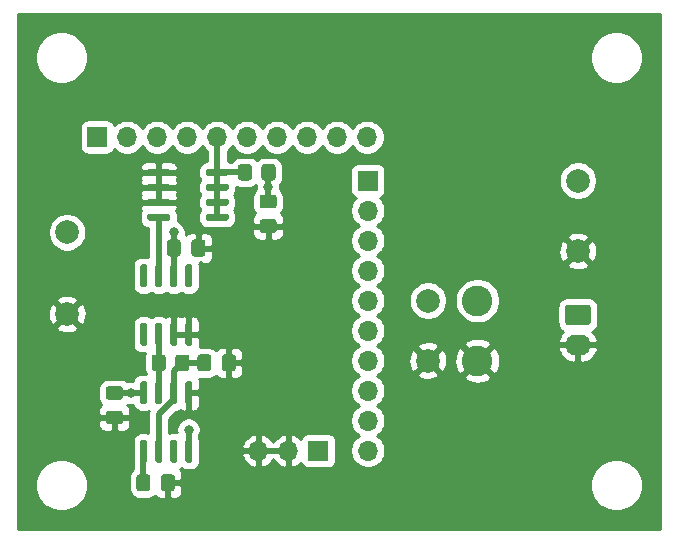
<source format=gbr>
G04 #@! TF.GenerationSoftware,KiCad,Pcbnew,(5.1.10-0-10_14)*
G04 #@! TF.CreationDate,2021-07-29T18:16:50+02:00*
G04 #@! TF.ProjectId,quasimodo,71756173-696d-46f6-946f-2e6b69636164,rev?*
G04 #@! TF.SameCoordinates,Original*
G04 #@! TF.FileFunction,Copper,L1,Top*
G04 #@! TF.FilePolarity,Positive*
%FSLAX46Y46*%
G04 Gerber Fmt 4.6, Leading zero omitted, Abs format (unit mm)*
G04 Created by KiCad (PCBNEW (5.1.10-0-10_14)) date 2021-07-29 18:16:50*
%MOMM*%
%LPD*%
G01*
G04 APERTURE LIST*
G04 #@! TA.AperFunction,ComponentPad*
%ADD10C,2.600000*%
G04 #@! TD*
G04 #@! TA.AperFunction,ComponentPad*
%ADD11C,2.000000*%
G04 #@! TD*
G04 #@! TA.AperFunction,ComponentPad*
%ADD12O,2.190000X1.740000*%
G04 #@! TD*
G04 #@! TA.AperFunction,ComponentPad*
%ADD13O,1.700000X1.700000*%
G04 #@! TD*
G04 #@! TA.AperFunction,ComponentPad*
%ADD14R,1.700000X1.700000*%
G04 #@! TD*
G04 #@! TA.AperFunction,ViaPad*
%ADD15C,0.800000*%
G04 #@! TD*
G04 #@! TA.AperFunction,Conductor*
%ADD16C,0.500000*%
G04 #@! TD*
G04 #@! TA.AperFunction,Conductor*
%ADD17C,0.254000*%
G04 #@! TD*
G04 #@! TA.AperFunction,Conductor*
%ADD18C,0.100000*%
G04 #@! TD*
G04 APERTURE END LIST*
G04 #@! TA.AperFunction,SMDPad,CuDef*
G36*
G01*
X129390000Y-114909500D02*
X129690000Y-114909500D01*
G75*
G02*
X129840000Y-115059500I0J-150000D01*
G01*
X129840000Y-116709500D01*
G75*
G02*
X129690000Y-116859500I-150000J0D01*
G01*
X129390000Y-116859500D01*
G75*
G02*
X129240000Y-116709500I0J150000D01*
G01*
X129240000Y-115059500D01*
G75*
G02*
X129390000Y-114909500I150000J0D01*
G01*
G37*
G04 #@! TD.AperFunction*
G04 #@! TA.AperFunction,SMDPad,CuDef*
G36*
G01*
X128120000Y-114909500D02*
X128420000Y-114909500D01*
G75*
G02*
X128570000Y-115059500I0J-150000D01*
G01*
X128570000Y-116709500D01*
G75*
G02*
X128420000Y-116859500I-150000J0D01*
G01*
X128120000Y-116859500D01*
G75*
G02*
X127970000Y-116709500I0J150000D01*
G01*
X127970000Y-115059500D01*
G75*
G02*
X128120000Y-114909500I150000J0D01*
G01*
G37*
G04 #@! TD.AperFunction*
G04 #@! TA.AperFunction,SMDPad,CuDef*
G36*
G01*
X126850000Y-114909500D02*
X127150000Y-114909500D01*
G75*
G02*
X127300000Y-115059500I0J-150000D01*
G01*
X127300000Y-116709500D01*
G75*
G02*
X127150000Y-116859500I-150000J0D01*
G01*
X126850000Y-116859500D01*
G75*
G02*
X126700000Y-116709500I0J150000D01*
G01*
X126700000Y-115059500D01*
G75*
G02*
X126850000Y-114909500I150000J0D01*
G01*
G37*
G04 #@! TD.AperFunction*
G04 #@! TA.AperFunction,SMDPad,CuDef*
G36*
G01*
X125580000Y-114909500D02*
X125880000Y-114909500D01*
G75*
G02*
X126030000Y-115059500I0J-150000D01*
G01*
X126030000Y-116709500D01*
G75*
G02*
X125880000Y-116859500I-150000J0D01*
G01*
X125580000Y-116859500D01*
G75*
G02*
X125430000Y-116709500I0J150000D01*
G01*
X125430000Y-115059500D01*
G75*
G02*
X125580000Y-114909500I150000J0D01*
G01*
G37*
G04 #@! TD.AperFunction*
G04 #@! TA.AperFunction,SMDPad,CuDef*
G36*
G01*
X125580000Y-109959500D02*
X125880000Y-109959500D01*
G75*
G02*
X126030000Y-110109500I0J-150000D01*
G01*
X126030000Y-111759500D01*
G75*
G02*
X125880000Y-111909500I-150000J0D01*
G01*
X125580000Y-111909500D01*
G75*
G02*
X125430000Y-111759500I0J150000D01*
G01*
X125430000Y-110109500D01*
G75*
G02*
X125580000Y-109959500I150000J0D01*
G01*
G37*
G04 #@! TD.AperFunction*
G04 #@! TA.AperFunction,SMDPad,CuDef*
G36*
G01*
X126850000Y-109959500D02*
X127150000Y-109959500D01*
G75*
G02*
X127300000Y-110109500I0J-150000D01*
G01*
X127300000Y-111759500D01*
G75*
G02*
X127150000Y-111909500I-150000J0D01*
G01*
X126850000Y-111909500D01*
G75*
G02*
X126700000Y-111759500I0J150000D01*
G01*
X126700000Y-110109500D01*
G75*
G02*
X126850000Y-109959500I150000J0D01*
G01*
G37*
G04 #@! TD.AperFunction*
G04 #@! TA.AperFunction,SMDPad,CuDef*
G36*
G01*
X128120000Y-109959500D02*
X128420000Y-109959500D01*
G75*
G02*
X128570000Y-110109500I0J-150000D01*
G01*
X128570000Y-111759500D01*
G75*
G02*
X128420000Y-111909500I-150000J0D01*
G01*
X128120000Y-111909500D01*
G75*
G02*
X127970000Y-111759500I0J150000D01*
G01*
X127970000Y-110109500D01*
G75*
G02*
X128120000Y-109959500I150000J0D01*
G01*
G37*
G04 #@! TD.AperFunction*
G04 #@! TA.AperFunction,SMDPad,CuDef*
G36*
G01*
X129390000Y-109959500D02*
X129690000Y-109959500D01*
G75*
G02*
X129840000Y-110109500I0J-150000D01*
G01*
X129840000Y-111759500D01*
G75*
G02*
X129690000Y-111909500I-150000J0D01*
G01*
X129390000Y-111909500D01*
G75*
G02*
X129240000Y-111759500I0J150000D01*
G01*
X129240000Y-110109500D01*
G75*
G02*
X129390000Y-109959500I150000J0D01*
G01*
G37*
G04 #@! TD.AperFunction*
G04 #@! TA.AperFunction,SMDPad,CuDef*
G36*
G01*
X125880000Y-102003500D02*
X125580000Y-102003500D01*
G75*
G02*
X125430000Y-101853500I0J150000D01*
G01*
X125430000Y-100203500D01*
G75*
G02*
X125580000Y-100053500I150000J0D01*
G01*
X125880000Y-100053500D01*
G75*
G02*
X126030000Y-100203500I0J-150000D01*
G01*
X126030000Y-101853500D01*
G75*
G02*
X125880000Y-102003500I-150000J0D01*
G01*
G37*
G04 #@! TD.AperFunction*
G04 #@! TA.AperFunction,SMDPad,CuDef*
G36*
G01*
X127150000Y-102003500D02*
X126850000Y-102003500D01*
G75*
G02*
X126700000Y-101853500I0J150000D01*
G01*
X126700000Y-100203500D01*
G75*
G02*
X126850000Y-100053500I150000J0D01*
G01*
X127150000Y-100053500D01*
G75*
G02*
X127300000Y-100203500I0J-150000D01*
G01*
X127300000Y-101853500D01*
G75*
G02*
X127150000Y-102003500I-150000J0D01*
G01*
G37*
G04 #@! TD.AperFunction*
G04 #@! TA.AperFunction,SMDPad,CuDef*
G36*
G01*
X128420000Y-102003500D02*
X128120000Y-102003500D01*
G75*
G02*
X127970000Y-101853500I0J150000D01*
G01*
X127970000Y-100203500D01*
G75*
G02*
X128120000Y-100053500I150000J0D01*
G01*
X128420000Y-100053500D01*
G75*
G02*
X128570000Y-100203500I0J-150000D01*
G01*
X128570000Y-101853500D01*
G75*
G02*
X128420000Y-102003500I-150000J0D01*
G01*
G37*
G04 #@! TD.AperFunction*
G04 #@! TA.AperFunction,SMDPad,CuDef*
G36*
G01*
X129690000Y-102003500D02*
X129390000Y-102003500D01*
G75*
G02*
X129240000Y-101853500I0J150000D01*
G01*
X129240000Y-100203500D01*
G75*
G02*
X129390000Y-100053500I150000J0D01*
G01*
X129690000Y-100053500D01*
G75*
G02*
X129840000Y-100203500I0J-150000D01*
G01*
X129840000Y-101853500D01*
G75*
G02*
X129690000Y-102003500I-150000J0D01*
G01*
G37*
G04 #@! TD.AperFunction*
G04 #@! TA.AperFunction,SMDPad,CuDef*
G36*
G01*
X129690000Y-106953500D02*
X129390000Y-106953500D01*
G75*
G02*
X129240000Y-106803500I0J150000D01*
G01*
X129240000Y-105153500D01*
G75*
G02*
X129390000Y-105003500I150000J0D01*
G01*
X129690000Y-105003500D01*
G75*
G02*
X129840000Y-105153500I0J-150000D01*
G01*
X129840000Y-106803500D01*
G75*
G02*
X129690000Y-106953500I-150000J0D01*
G01*
G37*
G04 #@! TD.AperFunction*
G04 #@! TA.AperFunction,SMDPad,CuDef*
G36*
G01*
X128420000Y-106953500D02*
X128120000Y-106953500D01*
G75*
G02*
X127970000Y-106803500I0J150000D01*
G01*
X127970000Y-105153500D01*
G75*
G02*
X128120000Y-105003500I150000J0D01*
G01*
X128420000Y-105003500D01*
G75*
G02*
X128570000Y-105153500I0J-150000D01*
G01*
X128570000Y-106803500D01*
G75*
G02*
X128420000Y-106953500I-150000J0D01*
G01*
G37*
G04 #@! TD.AperFunction*
G04 #@! TA.AperFunction,SMDPad,CuDef*
G36*
G01*
X127150000Y-106953500D02*
X126850000Y-106953500D01*
G75*
G02*
X126700000Y-106803500I0J150000D01*
G01*
X126700000Y-105153500D01*
G75*
G02*
X126850000Y-105003500I150000J0D01*
G01*
X127150000Y-105003500D01*
G75*
G02*
X127300000Y-105153500I0J-150000D01*
G01*
X127300000Y-106803500D01*
G75*
G02*
X127150000Y-106953500I-150000J0D01*
G01*
G37*
G04 #@! TD.AperFunction*
G04 #@! TA.AperFunction,SMDPad,CuDef*
G36*
G01*
X125880000Y-106953500D02*
X125580000Y-106953500D01*
G75*
G02*
X125430000Y-106803500I0J150000D01*
G01*
X125430000Y-105153500D01*
G75*
G02*
X125580000Y-105003500I150000J0D01*
G01*
X125880000Y-105003500D01*
G75*
G02*
X126030000Y-105153500I0J-150000D01*
G01*
X126030000Y-106803500D01*
G75*
G02*
X125880000Y-106953500I-150000J0D01*
G01*
G37*
G04 #@! TD.AperFunction*
G04 #@! TA.AperFunction,SMDPad,CuDef*
G36*
G01*
X134902500Y-91815499D02*
X134902500Y-92715501D01*
G75*
G02*
X134652501Y-92965500I-249999J0D01*
G01*
X133952499Y-92965500D01*
G75*
G02*
X133702500Y-92715501I0J249999D01*
G01*
X133702500Y-91815499D01*
G75*
G02*
X133952499Y-91565500I249999J0D01*
G01*
X134652501Y-91565500D01*
G75*
G02*
X134902500Y-91815499I0J-249999D01*
G01*
G37*
G04 #@! TD.AperFunction*
G04 #@! TA.AperFunction,SMDPad,CuDef*
G36*
G01*
X136902500Y-91815499D02*
X136902500Y-92715501D01*
G75*
G02*
X136652501Y-92965500I-249999J0D01*
G01*
X135952499Y-92965500D01*
G75*
G02*
X135702500Y-92715501I0J249999D01*
G01*
X135702500Y-91815499D01*
G75*
G02*
X135952499Y-91565500I249999J0D01*
G01*
X136652501Y-91565500D01*
G75*
G02*
X136902500Y-91815499I0J-249999D01*
G01*
G37*
G04 #@! TD.AperFunction*
G04 #@! TA.AperFunction,SMDPad,CuDef*
G36*
G01*
X128400000Y-108844501D02*
X128400000Y-107944499D01*
G75*
G02*
X128649999Y-107694500I249999J0D01*
G01*
X129350001Y-107694500D01*
G75*
G02*
X129600000Y-107944499I0J-249999D01*
G01*
X129600000Y-108844501D01*
G75*
G02*
X129350001Y-109094500I-249999J0D01*
G01*
X128649999Y-109094500D01*
G75*
G02*
X128400000Y-108844501I0J249999D01*
G01*
G37*
G04 #@! TD.AperFunction*
G04 #@! TA.AperFunction,SMDPad,CuDef*
G36*
G01*
X126400000Y-108844501D02*
X126400000Y-107944499D01*
G75*
G02*
X126649999Y-107694500I249999J0D01*
G01*
X127350001Y-107694500D01*
G75*
G02*
X127600000Y-107944499I0J-249999D01*
G01*
X127600000Y-108844501D01*
G75*
G02*
X127350001Y-109094500I-249999J0D01*
G01*
X126649999Y-109094500D01*
G75*
G02*
X126400000Y-108844501I0J249999D01*
G01*
G37*
G04 #@! TD.AperFunction*
G04 #@! TA.AperFunction,SMDPad,CuDef*
G36*
G01*
X130978000Y-92402800D02*
X130978000Y-92102800D01*
G75*
G02*
X131128000Y-91952800I150000J0D01*
G01*
X132778000Y-91952800D01*
G75*
G02*
X132928000Y-92102800I0J-150000D01*
G01*
X132928000Y-92402800D01*
G75*
G02*
X132778000Y-92552800I-150000J0D01*
G01*
X131128000Y-92552800D01*
G75*
G02*
X130978000Y-92402800I0J150000D01*
G01*
G37*
G04 #@! TD.AperFunction*
G04 #@! TA.AperFunction,SMDPad,CuDef*
G36*
G01*
X130978000Y-93672800D02*
X130978000Y-93372800D01*
G75*
G02*
X131128000Y-93222800I150000J0D01*
G01*
X132778000Y-93222800D01*
G75*
G02*
X132928000Y-93372800I0J-150000D01*
G01*
X132928000Y-93672800D01*
G75*
G02*
X132778000Y-93822800I-150000J0D01*
G01*
X131128000Y-93822800D01*
G75*
G02*
X130978000Y-93672800I0J150000D01*
G01*
G37*
G04 #@! TD.AperFunction*
G04 #@! TA.AperFunction,SMDPad,CuDef*
G36*
G01*
X130978000Y-94942800D02*
X130978000Y-94642800D01*
G75*
G02*
X131128000Y-94492800I150000J0D01*
G01*
X132778000Y-94492800D01*
G75*
G02*
X132928000Y-94642800I0J-150000D01*
G01*
X132928000Y-94942800D01*
G75*
G02*
X132778000Y-95092800I-150000J0D01*
G01*
X131128000Y-95092800D01*
G75*
G02*
X130978000Y-94942800I0J150000D01*
G01*
G37*
G04 #@! TD.AperFunction*
G04 #@! TA.AperFunction,SMDPad,CuDef*
G36*
G01*
X130978000Y-96212800D02*
X130978000Y-95912800D01*
G75*
G02*
X131128000Y-95762800I150000J0D01*
G01*
X132778000Y-95762800D01*
G75*
G02*
X132928000Y-95912800I0J-150000D01*
G01*
X132928000Y-96212800D01*
G75*
G02*
X132778000Y-96362800I-150000J0D01*
G01*
X131128000Y-96362800D01*
G75*
G02*
X130978000Y-96212800I0J150000D01*
G01*
G37*
G04 #@! TD.AperFunction*
G04 #@! TA.AperFunction,SMDPad,CuDef*
G36*
G01*
X126028000Y-96212800D02*
X126028000Y-95912800D01*
G75*
G02*
X126178000Y-95762800I150000J0D01*
G01*
X127828000Y-95762800D01*
G75*
G02*
X127978000Y-95912800I0J-150000D01*
G01*
X127978000Y-96212800D01*
G75*
G02*
X127828000Y-96362800I-150000J0D01*
G01*
X126178000Y-96362800D01*
G75*
G02*
X126028000Y-96212800I0J150000D01*
G01*
G37*
G04 #@! TD.AperFunction*
G04 #@! TA.AperFunction,SMDPad,CuDef*
G36*
G01*
X126028000Y-94942800D02*
X126028000Y-94642800D01*
G75*
G02*
X126178000Y-94492800I150000J0D01*
G01*
X127828000Y-94492800D01*
G75*
G02*
X127978000Y-94642800I0J-150000D01*
G01*
X127978000Y-94942800D01*
G75*
G02*
X127828000Y-95092800I-150000J0D01*
G01*
X126178000Y-95092800D01*
G75*
G02*
X126028000Y-94942800I0J150000D01*
G01*
G37*
G04 #@! TD.AperFunction*
G04 #@! TA.AperFunction,SMDPad,CuDef*
G36*
G01*
X126028000Y-93672800D02*
X126028000Y-93372800D01*
G75*
G02*
X126178000Y-93222800I150000J0D01*
G01*
X127828000Y-93222800D01*
G75*
G02*
X127978000Y-93372800I0J-150000D01*
G01*
X127978000Y-93672800D01*
G75*
G02*
X127828000Y-93822800I-150000J0D01*
G01*
X126178000Y-93822800D01*
G75*
G02*
X126028000Y-93672800I0J150000D01*
G01*
G37*
G04 #@! TD.AperFunction*
G04 #@! TA.AperFunction,SMDPad,CuDef*
G36*
G01*
X126028000Y-92402800D02*
X126028000Y-92102800D01*
G75*
G02*
X126178000Y-91952800I150000J0D01*
G01*
X127828000Y-91952800D01*
G75*
G02*
X127978000Y-92102800I0J-150000D01*
G01*
X127978000Y-92402800D01*
G75*
G02*
X127828000Y-92552800I-150000J0D01*
G01*
X126178000Y-92552800D01*
G75*
G02*
X126028000Y-92402800I0J150000D01*
G01*
G37*
G04 #@! TD.AperFunction*
D10*
X153987500Y-108204000D03*
X153987500Y-103124000D03*
D11*
X149796500Y-108204000D03*
X149796500Y-103124000D03*
D12*
X162496500Y-106870500D03*
G04 #@! TA.AperFunction,ComponentPad*
G36*
G01*
X161651499Y-103460500D02*
X163341501Y-103460500D01*
G75*
G02*
X163591500Y-103710499I0J-249999D01*
G01*
X163591500Y-104950501D01*
G75*
G02*
X163341501Y-105200500I-249999J0D01*
G01*
X161651499Y-105200500D01*
G75*
G02*
X161401500Y-104950501I0J249999D01*
G01*
X161401500Y-103710499D01*
G75*
G02*
X161651499Y-103460500I249999J0D01*
G01*
G37*
G04 #@! TD.AperFunction*
D11*
X162496500Y-98933000D03*
X162496500Y-92964000D03*
D13*
X135445500Y-115824000D03*
X137985500Y-115824000D03*
D14*
X140525500Y-115824000D03*
D13*
X144716500Y-115824000D03*
X144716500Y-113284000D03*
X144716500Y-110744000D03*
X144716500Y-108204000D03*
X144716500Y-105664000D03*
X144716500Y-103124000D03*
X144716500Y-100584000D03*
X144716500Y-98044000D03*
X144716500Y-95504000D03*
D14*
X144716500Y-92964000D03*
D13*
X144653000Y-89281000D03*
X142113000Y-89281000D03*
X139573000Y-89281000D03*
X137033000Y-89281000D03*
X134493000Y-89281000D03*
X131953000Y-89281000D03*
X129413000Y-89281000D03*
X126873000Y-89281000D03*
X124333000Y-89281000D03*
D14*
X121793000Y-89281000D03*
D11*
X119253000Y-104267000D03*
X119253000Y-97345500D03*
G04 #@! TA.AperFunction,SMDPad,CuDef*
G36*
G01*
X135796000Y-96229500D02*
X136746000Y-96229500D01*
G75*
G02*
X136996000Y-96479500I0J-250000D01*
G01*
X136996000Y-97154500D01*
G75*
G02*
X136746000Y-97404500I-250000J0D01*
G01*
X135796000Y-97404500D01*
G75*
G02*
X135546000Y-97154500I0J250000D01*
G01*
X135546000Y-96479500D01*
G75*
G02*
X135796000Y-96229500I250000J0D01*
G01*
G37*
G04 #@! TD.AperFunction*
G04 #@! TA.AperFunction,SMDPad,CuDef*
G36*
G01*
X135796000Y-94154500D02*
X136746000Y-94154500D01*
G75*
G02*
X136996000Y-94404500I0J-250000D01*
G01*
X136996000Y-95079500D01*
G75*
G02*
X136746000Y-95329500I-250000J0D01*
G01*
X135796000Y-95329500D01*
G75*
G02*
X135546000Y-95079500I0J250000D01*
G01*
X135546000Y-94404500D01*
G75*
G02*
X135796000Y-94154500I250000J0D01*
G01*
G37*
G04 #@! TD.AperFunction*
G04 #@! TA.AperFunction,SMDPad,CuDef*
G36*
G01*
X129778000Y-99154000D02*
X129778000Y-98204000D01*
G75*
G02*
X130028000Y-97954000I250000J0D01*
G01*
X130703000Y-97954000D01*
G75*
G02*
X130953000Y-98204000I0J-250000D01*
G01*
X130953000Y-99154000D01*
G75*
G02*
X130703000Y-99404000I-250000J0D01*
G01*
X130028000Y-99404000D01*
G75*
G02*
X129778000Y-99154000I0J250000D01*
G01*
G37*
G04 #@! TD.AperFunction*
G04 #@! TA.AperFunction,SMDPad,CuDef*
G36*
G01*
X127703000Y-99154000D02*
X127703000Y-98204000D01*
G75*
G02*
X127953000Y-97954000I250000J0D01*
G01*
X128628000Y-97954000D01*
G75*
G02*
X128878000Y-98204000I0J-250000D01*
G01*
X128878000Y-99154000D01*
G75*
G02*
X128628000Y-99404000I-250000J0D01*
G01*
X127953000Y-99404000D01*
G75*
G02*
X127703000Y-99154000I0J250000D01*
G01*
G37*
G04 #@! TD.AperFunction*
G04 #@! TA.AperFunction,SMDPad,CuDef*
G36*
G01*
X132361000Y-108869500D02*
X132361000Y-107919500D01*
G75*
G02*
X132611000Y-107669500I250000J0D01*
G01*
X133286000Y-107669500D01*
G75*
G02*
X133536000Y-107919500I0J-250000D01*
G01*
X133536000Y-108869500D01*
G75*
G02*
X133286000Y-109119500I-250000J0D01*
G01*
X132611000Y-109119500D01*
G75*
G02*
X132361000Y-108869500I0J250000D01*
G01*
G37*
G04 #@! TD.AperFunction*
G04 #@! TA.AperFunction,SMDPad,CuDef*
G36*
G01*
X130286000Y-108869500D02*
X130286000Y-107919500D01*
G75*
G02*
X130536000Y-107669500I250000J0D01*
G01*
X131211000Y-107669500D01*
G75*
G02*
X131461000Y-107919500I0J-250000D01*
G01*
X131461000Y-108869500D01*
G75*
G02*
X131211000Y-109119500I-250000J0D01*
G01*
X130536000Y-109119500D01*
G75*
G02*
X130286000Y-108869500I0J250000D01*
G01*
G37*
G04 #@! TD.AperFunction*
G04 #@! TA.AperFunction,SMDPad,CuDef*
G36*
G01*
X122778500Y-112442500D02*
X123728500Y-112442500D01*
G75*
G02*
X123978500Y-112692500I0J-250000D01*
G01*
X123978500Y-113367500D01*
G75*
G02*
X123728500Y-113617500I-250000J0D01*
G01*
X122778500Y-113617500D01*
G75*
G02*
X122528500Y-113367500I0J250000D01*
G01*
X122528500Y-112692500D01*
G75*
G02*
X122778500Y-112442500I250000J0D01*
G01*
G37*
G04 #@! TD.AperFunction*
G04 #@! TA.AperFunction,SMDPad,CuDef*
G36*
G01*
X122778500Y-110367500D02*
X123728500Y-110367500D01*
G75*
G02*
X123978500Y-110617500I0J-250000D01*
G01*
X123978500Y-111292500D01*
G75*
G02*
X123728500Y-111542500I-250000J0D01*
G01*
X122778500Y-111542500D01*
G75*
G02*
X122528500Y-111292500I0J250000D01*
G01*
X122528500Y-110617500D01*
G75*
G02*
X122778500Y-110367500I250000J0D01*
G01*
G37*
G04 #@! TD.AperFunction*
G04 #@! TA.AperFunction,SMDPad,CuDef*
G36*
G01*
X127196000Y-119029500D02*
X127196000Y-118079500D01*
G75*
G02*
X127446000Y-117829500I250000J0D01*
G01*
X128121000Y-117829500D01*
G75*
G02*
X128371000Y-118079500I0J-250000D01*
G01*
X128371000Y-119029500D01*
G75*
G02*
X128121000Y-119279500I-250000J0D01*
G01*
X127446000Y-119279500D01*
G75*
G02*
X127196000Y-119029500I0J250000D01*
G01*
G37*
G04 #@! TD.AperFunction*
G04 #@! TA.AperFunction,SMDPad,CuDef*
G36*
G01*
X125121000Y-119029500D02*
X125121000Y-118079500D01*
G75*
G02*
X125371000Y-117829500I250000J0D01*
G01*
X126046000Y-117829500D01*
G75*
G02*
X126296000Y-118079500I0J-250000D01*
G01*
X126296000Y-119029500D01*
G75*
G02*
X126046000Y-119279500I-250000J0D01*
G01*
X125371000Y-119279500D01*
G75*
G02*
X125121000Y-119029500I0J250000D01*
G01*
G37*
G04 #@! TD.AperFunction*
D15*
X128270000Y-97345500D03*
X136271000Y-93535500D03*
X124650500Y-110934500D03*
X129540000Y-114046000D03*
D16*
X125708500Y-115906000D02*
X125730000Y-115884500D01*
X125708500Y-118554500D02*
X125708500Y-115906000D01*
X128270000Y-98699500D02*
X128290500Y-98679000D01*
X128270000Y-101028500D02*
X128270000Y-98699500D01*
X128290500Y-97366000D02*
X128270000Y-97345500D01*
X128290500Y-98679000D02*
X128290500Y-97366000D01*
X136271000Y-92297000D02*
X136302500Y-92265500D01*
X136271000Y-94742000D02*
X136271000Y-93535500D01*
X136271000Y-93535500D02*
X136271000Y-92297000D01*
X123274000Y-110934500D02*
X123253500Y-110955000D01*
X125730000Y-110934500D02*
X124650500Y-110934500D01*
X124650500Y-110934500D02*
X123274000Y-110934500D01*
X129540000Y-115884500D02*
X129540000Y-114046000D01*
X128270000Y-109124500D02*
X129000000Y-108394500D01*
X128270000Y-110934500D02*
X128270000Y-109124500D01*
X129000000Y-108394500D02*
X130873500Y-108394500D01*
X128270000Y-111488044D02*
X128270000Y-110934500D01*
X127000000Y-112758044D02*
X128270000Y-111488044D01*
X127000000Y-115884500D02*
X127000000Y-112758044D01*
X131953000Y-96062800D02*
X131953000Y-94792800D01*
X131953000Y-94792800D02*
X131953000Y-93522800D01*
X131953000Y-93522800D02*
X131953000Y-92252800D01*
X131953000Y-92252800D02*
X131953000Y-89281000D01*
X131965700Y-92265500D02*
X131953000Y-92252800D01*
X134302500Y-92265500D02*
X131965700Y-92265500D01*
X127000000Y-96065800D02*
X127003000Y-96062800D01*
X127000000Y-101028500D02*
X127000000Y-96065800D01*
X127000000Y-110934500D02*
X127000000Y-108394500D01*
X127000000Y-108394500D02*
X127000000Y-105978500D01*
D17*
X169418000Y-122428000D02*
X115062000Y-122428000D01*
X115062000Y-118524872D01*
X116510000Y-118524872D01*
X116510000Y-118965128D01*
X116595890Y-119396925D01*
X116764369Y-119803669D01*
X117008962Y-120169729D01*
X117320271Y-120481038D01*
X117686331Y-120725631D01*
X118093075Y-120894110D01*
X118524872Y-120980000D01*
X118965128Y-120980000D01*
X119396925Y-120894110D01*
X119803669Y-120725631D01*
X120169729Y-120481038D01*
X120481038Y-120169729D01*
X120725631Y-119803669D01*
X120894110Y-119396925D01*
X120980000Y-118965128D01*
X120980000Y-118524872D01*
X120894110Y-118093075D01*
X120725631Y-117686331D01*
X120481038Y-117320271D01*
X120169729Y-117008962D01*
X119803669Y-116764369D01*
X119396925Y-116595890D01*
X118965128Y-116510000D01*
X118524872Y-116510000D01*
X118093075Y-116595890D01*
X117686331Y-116764369D01*
X117320271Y-117008962D01*
X117008962Y-117320271D01*
X116764369Y-117686331D01*
X116595890Y-118093075D01*
X116510000Y-118524872D01*
X115062000Y-118524872D01*
X115062000Y-113617500D01*
X121890428Y-113617500D01*
X121902688Y-113741982D01*
X121938998Y-113861680D01*
X121997963Y-113971994D01*
X122077315Y-114068685D01*
X122174006Y-114148037D01*
X122284320Y-114207002D01*
X122404018Y-114243312D01*
X122528500Y-114255572D01*
X122967750Y-114252500D01*
X123126500Y-114093750D01*
X123126500Y-113157000D01*
X123380500Y-113157000D01*
X123380500Y-114093750D01*
X123539250Y-114252500D01*
X123978500Y-114255572D01*
X124102982Y-114243312D01*
X124222680Y-114207002D01*
X124332994Y-114148037D01*
X124429685Y-114068685D01*
X124509037Y-113971994D01*
X124568002Y-113861680D01*
X124604312Y-113741982D01*
X124616572Y-113617500D01*
X124613500Y-113315750D01*
X124454750Y-113157000D01*
X123380500Y-113157000D01*
X123126500Y-113157000D01*
X122052250Y-113157000D01*
X121893500Y-113315750D01*
X121890428Y-113617500D01*
X115062000Y-113617500D01*
X115062000Y-110617500D01*
X121890428Y-110617500D01*
X121890428Y-111292500D01*
X121907492Y-111465754D01*
X121958028Y-111632350D01*
X122040095Y-111785886D01*
X122150538Y-111920462D01*
X122157094Y-111925842D01*
X122077315Y-111991315D01*
X121997963Y-112088006D01*
X121938998Y-112198320D01*
X121902688Y-112318018D01*
X121890428Y-112442500D01*
X121893500Y-112744250D01*
X122052250Y-112903000D01*
X123126500Y-112903000D01*
X123126500Y-112883000D01*
X123380500Y-112883000D01*
X123380500Y-112903000D01*
X124454750Y-112903000D01*
X124613500Y-112744250D01*
X124616572Y-112442500D01*
X124604312Y-112318018D01*
X124568002Y-112198320D01*
X124509037Y-112088006D01*
X124429685Y-111991315D01*
X124356569Y-111931311D01*
X124548561Y-111969500D01*
X124752439Y-111969500D01*
X124820056Y-111956050D01*
X124851916Y-112061082D01*
X124924742Y-112197329D01*
X125022749Y-112316751D01*
X125142171Y-112414758D01*
X125278418Y-112487584D01*
X125426255Y-112532429D01*
X125580000Y-112547572D01*
X125880000Y-112547572D01*
X126033745Y-112532429D01*
X126154753Y-112495722D01*
X126127805Y-112584554D01*
X126110719Y-112758044D01*
X126115001Y-112801523D01*
X126115001Y-114311219D01*
X126033745Y-114286571D01*
X125880000Y-114271428D01*
X125580000Y-114271428D01*
X125426255Y-114286571D01*
X125278418Y-114331416D01*
X125142171Y-114404242D01*
X125022749Y-114502249D01*
X124924742Y-114621671D01*
X124851916Y-114757918D01*
X124807071Y-114905755D01*
X124791928Y-115059500D01*
X124791928Y-116709500D01*
X124807071Y-116863245D01*
X124823501Y-116917407D01*
X124823500Y-117385505D01*
X124743038Y-117451538D01*
X124632595Y-117586114D01*
X124550528Y-117739650D01*
X124499992Y-117906246D01*
X124482928Y-118079500D01*
X124482928Y-119029500D01*
X124499992Y-119202754D01*
X124550528Y-119369350D01*
X124632595Y-119522886D01*
X124743038Y-119657462D01*
X124877614Y-119767905D01*
X125031150Y-119849972D01*
X125197746Y-119900508D01*
X125371000Y-119917572D01*
X126046000Y-119917572D01*
X126219254Y-119900508D01*
X126385850Y-119849972D01*
X126539386Y-119767905D01*
X126673962Y-119657462D01*
X126679342Y-119650906D01*
X126744815Y-119730685D01*
X126841506Y-119810037D01*
X126951820Y-119869002D01*
X127071518Y-119905312D01*
X127196000Y-119917572D01*
X127497750Y-119914500D01*
X127656500Y-119755750D01*
X127656500Y-118681500D01*
X127910500Y-118681500D01*
X127910500Y-119755750D01*
X128069250Y-119914500D01*
X128371000Y-119917572D01*
X128495482Y-119905312D01*
X128615180Y-119869002D01*
X128725494Y-119810037D01*
X128822185Y-119730685D01*
X128901537Y-119633994D01*
X128960502Y-119523680D01*
X128996812Y-119403982D01*
X129009072Y-119279500D01*
X129006000Y-118840250D01*
X128847250Y-118681500D01*
X127910500Y-118681500D01*
X127656500Y-118681500D01*
X127636500Y-118681500D01*
X127636500Y-118524872D01*
X163500000Y-118524872D01*
X163500000Y-118965128D01*
X163585890Y-119396925D01*
X163754369Y-119803669D01*
X163998962Y-120169729D01*
X164310271Y-120481038D01*
X164676331Y-120725631D01*
X165083075Y-120894110D01*
X165514872Y-120980000D01*
X165955128Y-120980000D01*
X166386925Y-120894110D01*
X166793669Y-120725631D01*
X167159729Y-120481038D01*
X167471038Y-120169729D01*
X167715631Y-119803669D01*
X167884110Y-119396925D01*
X167970000Y-118965128D01*
X167970000Y-118524872D01*
X167884110Y-118093075D01*
X167715631Y-117686331D01*
X167471038Y-117320271D01*
X167159729Y-117008962D01*
X166793669Y-116764369D01*
X166386925Y-116595890D01*
X165955128Y-116510000D01*
X165514872Y-116510000D01*
X165083075Y-116595890D01*
X164676331Y-116764369D01*
X164310271Y-117008962D01*
X163998962Y-117320271D01*
X163754369Y-117686331D01*
X163585890Y-118093075D01*
X163500000Y-118524872D01*
X127636500Y-118524872D01*
X127636500Y-118427500D01*
X127656500Y-118427500D01*
X127656500Y-118407500D01*
X127910500Y-118407500D01*
X127910500Y-118427500D01*
X128847250Y-118427500D01*
X129006000Y-118268750D01*
X129009072Y-117829500D01*
X128996812Y-117705018D01*
X128960502Y-117585320D01*
X128901537Y-117475006D01*
X128825320Y-117382135D01*
X128857829Y-117364758D01*
X128905000Y-117326046D01*
X128952171Y-117364758D01*
X129088418Y-117437584D01*
X129236255Y-117482429D01*
X129390000Y-117497572D01*
X129690000Y-117497572D01*
X129843745Y-117482429D01*
X129991582Y-117437584D01*
X130127829Y-117364758D01*
X130247251Y-117266751D01*
X130345258Y-117147329D01*
X130418084Y-117011082D01*
X130462929Y-116863245D01*
X130478072Y-116709500D01*
X130478072Y-116180891D01*
X134004019Y-116180891D01*
X134101343Y-116455252D01*
X134250322Y-116705355D01*
X134445231Y-116921588D01*
X134678580Y-117095641D01*
X134941401Y-117220825D01*
X135088610Y-117265476D01*
X135318500Y-117144155D01*
X135318500Y-115951000D01*
X135572500Y-115951000D01*
X135572500Y-117144155D01*
X135802390Y-117265476D01*
X135949599Y-117220825D01*
X136212420Y-117095641D01*
X136445769Y-116921588D01*
X136640678Y-116705355D01*
X136715500Y-116579745D01*
X136790322Y-116705355D01*
X136985231Y-116921588D01*
X137218580Y-117095641D01*
X137481401Y-117220825D01*
X137628610Y-117265476D01*
X137858500Y-117144155D01*
X137858500Y-115951000D01*
X135572500Y-115951000D01*
X135318500Y-115951000D01*
X134124686Y-115951000D01*
X134004019Y-116180891D01*
X130478072Y-116180891D01*
X130478072Y-115467109D01*
X134004019Y-115467109D01*
X134124686Y-115697000D01*
X135318500Y-115697000D01*
X135318500Y-114503845D01*
X135572500Y-114503845D01*
X135572500Y-115697000D01*
X137858500Y-115697000D01*
X137858500Y-114503845D01*
X138112500Y-114503845D01*
X138112500Y-115697000D01*
X138132500Y-115697000D01*
X138132500Y-115951000D01*
X138112500Y-115951000D01*
X138112500Y-117144155D01*
X138342390Y-117265476D01*
X138489599Y-117220825D01*
X138752420Y-117095641D01*
X138985769Y-116921588D01*
X139061534Y-116837534D01*
X139085998Y-116918180D01*
X139144963Y-117028494D01*
X139224315Y-117125185D01*
X139321006Y-117204537D01*
X139431320Y-117263502D01*
X139551018Y-117299812D01*
X139675500Y-117312072D01*
X141375500Y-117312072D01*
X141499982Y-117299812D01*
X141619680Y-117263502D01*
X141729994Y-117204537D01*
X141826685Y-117125185D01*
X141906037Y-117028494D01*
X141965002Y-116918180D01*
X142001312Y-116798482D01*
X142013572Y-116674000D01*
X142013572Y-114974000D01*
X142001312Y-114849518D01*
X141965002Y-114729820D01*
X141906037Y-114619506D01*
X141826685Y-114522815D01*
X141729994Y-114443463D01*
X141619680Y-114384498D01*
X141499982Y-114348188D01*
X141375500Y-114335928D01*
X139675500Y-114335928D01*
X139551018Y-114348188D01*
X139431320Y-114384498D01*
X139321006Y-114443463D01*
X139224315Y-114522815D01*
X139144963Y-114619506D01*
X139085998Y-114729820D01*
X139061534Y-114810466D01*
X138985769Y-114726412D01*
X138752420Y-114552359D01*
X138489599Y-114427175D01*
X138342390Y-114382524D01*
X138112500Y-114503845D01*
X137858500Y-114503845D01*
X137628610Y-114382524D01*
X137481401Y-114427175D01*
X137218580Y-114552359D01*
X136985231Y-114726412D01*
X136790322Y-114942645D01*
X136715500Y-115068255D01*
X136640678Y-114942645D01*
X136445769Y-114726412D01*
X136212420Y-114552359D01*
X135949599Y-114427175D01*
X135802390Y-114382524D01*
X135572500Y-114503845D01*
X135318500Y-114503845D01*
X135088610Y-114382524D01*
X134941401Y-114427175D01*
X134678580Y-114552359D01*
X134445231Y-114726412D01*
X134250322Y-114942645D01*
X134101343Y-115192748D01*
X134004019Y-115467109D01*
X130478072Y-115467109D01*
X130478072Y-115059500D01*
X130462929Y-114905755D01*
X130425000Y-114780717D01*
X130425000Y-114584454D01*
X130457205Y-114536256D01*
X130535226Y-114347898D01*
X130575000Y-114147939D01*
X130575000Y-113944061D01*
X130535226Y-113744102D01*
X130457205Y-113555744D01*
X130343937Y-113386226D01*
X130199774Y-113242063D01*
X130030256Y-113128795D01*
X129841898Y-113050774D01*
X129641939Y-113011000D01*
X129438061Y-113011000D01*
X129238102Y-113050774D01*
X129049744Y-113128795D01*
X128880226Y-113242063D01*
X128736063Y-113386226D01*
X128622795Y-113555744D01*
X128544774Y-113744102D01*
X128505000Y-113944061D01*
X128505000Y-114147939D01*
X128531753Y-114282435D01*
X128420000Y-114271428D01*
X128120000Y-114271428D01*
X127966255Y-114286571D01*
X127885000Y-114311219D01*
X127885000Y-113124622D01*
X128466645Y-112542978D01*
X128573745Y-112532429D01*
X128721582Y-112487584D01*
X128855936Y-112415770D01*
X128885506Y-112440037D01*
X128995820Y-112499002D01*
X129115518Y-112535312D01*
X129240000Y-112547572D01*
X129254250Y-112544500D01*
X129413000Y-112385750D01*
X129413000Y-111061500D01*
X129667000Y-111061500D01*
X129667000Y-112385750D01*
X129825750Y-112544500D01*
X129840000Y-112547572D01*
X129964482Y-112535312D01*
X130084180Y-112499002D01*
X130194494Y-112440037D01*
X130291185Y-112360685D01*
X130370537Y-112263994D01*
X130429502Y-112153680D01*
X130465812Y-112033982D01*
X130478072Y-111909500D01*
X130475000Y-111220250D01*
X130316250Y-111061500D01*
X129667000Y-111061500D01*
X129413000Y-111061500D01*
X129393000Y-111061500D01*
X129393000Y-110807500D01*
X129413000Y-110807500D01*
X129413000Y-110787500D01*
X129667000Y-110787500D01*
X129667000Y-110807500D01*
X130316250Y-110807500D01*
X130475000Y-110648750D01*
X130478072Y-109959500D01*
X130465812Y-109835018D01*
X130439434Y-109748061D01*
X130536000Y-109757572D01*
X131211000Y-109757572D01*
X131384254Y-109740508D01*
X131550850Y-109689972D01*
X131704386Y-109607905D01*
X131838962Y-109497462D01*
X131844342Y-109490906D01*
X131909815Y-109570685D01*
X132006506Y-109650037D01*
X132116820Y-109709002D01*
X132236518Y-109745312D01*
X132361000Y-109757572D01*
X132662750Y-109754500D01*
X132821500Y-109595750D01*
X132821500Y-108521500D01*
X133075500Y-108521500D01*
X133075500Y-109595750D01*
X133234250Y-109754500D01*
X133536000Y-109757572D01*
X133660482Y-109745312D01*
X133780180Y-109709002D01*
X133890494Y-109650037D01*
X133987185Y-109570685D01*
X134066537Y-109473994D01*
X134125502Y-109363680D01*
X134161812Y-109243982D01*
X134174072Y-109119500D01*
X134171000Y-108680250D01*
X134012250Y-108521500D01*
X133075500Y-108521500D01*
X132821500Y-108521500D01*
X132801500Y-108521500D01*
X132801500Y-108267500D01*
X132821500Y-108267500D01*
X132821500Y-107193250D01*
X133075500Y-107193250D01*
X133075500Y-108267500D01*
X134012250Y-108267500D01*
X134171000Y-108108750D01*
X134174072Y-107669500D01*
X134161812Y-107545018D01*
X134125502Y-107425320D01*
X134066537Y-107315006D01*
X133987185Y-107218315D01*
X133890494Y-107138963D01*
X133780180Y-107079998D01*
X133660482Y-107043688D01*
X133536000Y-107031428D01*
X133234250Y-107034500D01*
X133075500Y-107193250D01*
X132821500Y-107193250D01*
X132662750Y-107034500D01*
X132361000Y-107031428D01*
X132236518Y-107043688D01*
X132116820Y-107079998D01*
X132006506Y-107138963D01*
X131909815Y-107218315D01*
X131844342Y-107298094D01*
X131838962Y-107291538D01*
X131704386Y-107181095D01*
X131550850Y-107099028D01*
X131384254Y-107048492D01*
X131211000Y-107031428D01*
X130536000Y-107031428D01*
X130469754Y-107037953D01*
X130478072Y-106953500D01*
X130475000Y-106264250D01*
X130316250Y-106105500D01*
X129667000Y-106105500D01*
X129667000Y-106125500D01*
X129413000Y-106125500D01*
X129413000Y-106105500D01*
X128397000Y-106105500D01*
X128397000Y-106125500D01*
X128143000Y-106125500D01*
X128143000Y-106105500D01*
X128123000Y-106105500D01*
X128123000Y-105851500D01*
X128143000Y-105851500D01*
X128143000Y-104527250D01*
X128397000Y-104527250D01*
X128397000Y-105851500D01*
X129413000Y-105851500D01*
X129413000Y-104527250D01*
X129667000Y-104527250D01*
X129667000Y-105851500D01*
X130316250Y-105851500D01*
X130475000Y-105692750D01*
X130478072Y-105003500D01*
X130465812Y-104879018D01*
X130429502Y-104759320D01*
X130370537Y-104649006D01*
X130291185Y-104552315D01*
X130194494Y-104472963D01*
X130084180Y-104413998D01*
X129964482Y-104377688D01*
X129840000Y-104365428D01*
X129825750Y-104368500D01*
X129667000Y-104527250D01*
X129413000Y-104527250D01*
X129254250Y-104368500D01*
X129240000Y-104365428D01*
X129115518Y-104377688D01*
X128995820Y-104413998D01*
X128905000Y-104462543D01*
X128814180Y-104413998D01*
X128694482Y-104377688D01*
X128570000Y-104365428D01*
X128555750Y-104368500D01*
X128397000Y-104527250D01*
X128143000Y-104527250D01*
X127984250Y-104368500D01*
X127970000Y-104365428D01*
X127845518Y-104377688D01*
X127725820Y-104413998D01*
X127615506Y-104472963D01*
X127585936Y-104497230D01*
X127451582Y-104425416D01*
X127303745Y-104380571D01*
X127150000Y-104365428D01*
X126850000Y-104365428D01*
X126696255Y-104380571D01*
X126548418Y-104425416D01*
X126412171Y-104498242D01*
X126365000Y-104536954D01*
X126317829Y-104498242D01*
X126181582Y-104425416D01*
X126033745Y-104380571D01*
X125880000Y-104365428D01*
X125580000Y-104365428D01*
X125426255Y-104380571D01*
X125278418Y-104425416D01*
X125142171Y-104498242D01*
X125022749Y-104596249D01*
X124924742Y-104715671D01*
X124851916Y-104851918D01*
X124807071Y-104999755D01*
X124791928Y-105153500D01*
X124791928Y-106803500D01*
X124807071Y-106957245D01*
X124851916Y-107105082D01*
X124924742Y-107241329D01*
X125022749Y-107360751D01*
X125142171Y-107458758D01*
X125278418Y-107531584D01*
X125426255Y-107576429D01*
X125580000Y-107591572D01*
X125836518Y-107591572D01*
X125829528Y-107604649D01*
X125778992Y-107771245D01*
X125761928Y-107944499D01*
X125761928Y-108844501D01*
X125778992Y-109017755D01*
X125829528Y-109184351D01*
X125904064Y-109323798D01*
X125880000Y-109321428D01*
X125580000Y-109321428D01*
X125426255Y-109336571D01*
X125278418Y-109381416D01*
X125142171Y-109454242D01*
X125022749Y-109552249D01*
X124924742Y-109671671D01*
X124851916Y-109807918D01*
X124820056Y-109912950D01*
X124752439Y-109899500D01*
X124548561Y-109899500D01*
X124348602Y-109939274D01*
X124313122Y-109953970D01*
X124221886Y-109879095D01*
X124068350Y-109797028D01*
X123901754Y-109746492D01*
X123728500Y-109729428D01*
X122778500Y-109729428D01*
X122605246Y-109746492D01*
X122438650Y-109797028D01*
X122285114Y-109879095D01*
X122150538Y-109989538D01*
X122040095Y-110124114D01*
X121958028Y-110277650D01*
X121907492Y-110444246D01*
X121890428Y-110617500D01*
X115062000Y-110617500D01*
X115062000Y-105402413D01*
X118297192Y-105402413D01*
X118392956Y-105666814D01*
X118682571Y-105807704D01*
X118994108Y-105889384D01*
X119315595Y-105908718D01*
X119634675Y-105864961D01*
X119939088Y-105759795D01*
X120113044Y-105666814D01*
X120208808Y-105402413D01*
X119253000Y-104446605D01*
X118297192Y-105402413D01*
X115062000Y-105402413D01*
X115062000Y-104329595D01*
X117611282Y-104329595D01*
X117655039Y-104648675D01*
X117760205Y-104953088D01*
X117853186Y-105127044D01*
X118117587Y-105222808D01*
X119073395Y-104267000D01*
X119432605Y-104267000D01*
X120388413Y-105222808D01*
X120652814Y-105127044D01*
X120793704Y-104837429D01*
X120875384Y-104525892D01*
X120894718Y-104204405D01*
X120850961Y-103885325D01*
X120745795Y-103580912D01*
X120652814Y-103406956D01*
X120388413Y-103311192D01*
X119432605Y-104267000D01*
X119073395Y-104267000D01*
X118117587Y-103311192D01*
X117853186Y-103406956D01*
X117712296Y-103696571D01*
X117630616Y-104008108D01*
X117611282Y-104329595D01*
X115062000Y-104329595D01*
X115062000Y-103131587D01*
X118297192Y-103131587D01*
X119253000Y-104087395D01*
X120208808Y-103131587D01*
X120113044Y-102867186D01*
X119823429Y-102726296D01*
X119511892Y-102644616D01*
X119190405Y-102625282D01*
X118871325Y-102669039D01*
X118566912Y-102774205D01*
X118392956Y-102867186D01*
X118297192Y-103131587D01*
X115062000Y-103131587D01*
X115062000Y-100203500D01*
X124791928Y-100203500D01*
X124791928Y-101853500D01*
X124807071Y-102007245D01*
X124851916Y-102155082D01*
X124924742Y-102291329D01*
X125022749Y-102410751D01*
X125142171Y-102508758D01*
X125278418Y-102581584D01*
X125426255Y-102626429D01*
X125580000Y-102641572D01*
X125880000Y-102641572D01*
X126033745Y-102626429D01*
X126181582Y-102581584D01*
X126317829Y-102508758D01*
X126365000Y-102470046D01*
X126412171Y-102508758D01*
X126548418Y-102581584D01*
X126696255Y-102626429D01*
X126850000Y-102641572D01*
X127150000Y-102641572D01*
X127303745Y-102626429D01*
X127451582Y-102581584D01*
X127587829Y-102508758D01*
X127635000Y-102470046D01*
X127682171Y-102508758D01*
X127818418Y-102581584D01*
X127966255Y-102626429D01*
X128120000Y-102641572D01*
X128420000Y-102641572D01*
X128573745Y-102626429D01*
X128721582Y-102581584D01*
X128857829Y-102508758D01*
X128905000Y-102470046D01*
X128952171Y-102508758D01*
X129088418Y-102581584D01*
X129236255Y-102626429D01*
X129390000Y-102641572D01*
X129690000Y-102641572D01*
X129843745Y-102626429D01*
X129991582Y-102581584D01*
X130127829Y-102508758D01*
X130247251Y-102410751D01*
X130345258Y-102291329D01*
X130418084Y-102155082D01*
X130462929Y-102007245D01*
X130478072Y-101853500D01*
X130478072Y-100203500D01*
X130462929Y-100049755D01*
X130459667Y-100039000D01*
X130492502Y-100039000D01*
X130492502Y-99880252D01*
X130651250Y-100039000D01*
X130953000Y-100042072D01*
X131077482Y-100029812D01*
X131197180Y-99993502D01*
X131307494Y-99934537D01*
X131404185Y-99855185D01*
X131483537Y-99758494D01*
X131542502Y-99648180D01*
X131578812Y-99528482D01*
X131591072Y-99404000D01*
X131588000Y-98964750D01*
X131429250Y-98806000D01*
X130492500Y-98806000D01*
X130492500Y-98826000D01*
X130238500Y-98826000D01*
X130238500Y-98806000D01*
X130218500Y-98806000D01*
X130218500Y-98552000D01*
X130238500Y-98552000D01*
X130238500Y-97477750D01*
X130492500Y-97477750D01*
X130492500Y-98552000D01*
X131429250Y-98552000D01*
X131588000Y-98393250D01*
X131591072Y-97954000D01*
X131578812Y-97829518D01*
X131542502Y-97709820D01*
X131483537Y-97599506D01*
X131404185Y-97502815D01*
X131307494Y-97423463D01*
X131272018Y-97404500D01*
X134907928Y-97404500D01*
X134920188Y-97528982D01*
X134956498Y-97648680D01*
X135015463Y-97758994D01*
X135094815Y-97855685D01*
X135191506Y-97935037D01*
X135301820Y-97994002D01*
X135421518Y-98030312D01*
X135546000Y-98042572D01*
X135985250Y-98039500D01*
X136144000Y-97880750D01*
X136144000Y-96944000D01*
X136398000Y-96944000D01*
X136398000Y-97880750D01*
X136556750Y-98039500D01*
X136996000Y-98042572D01*
X137120482Y-98030312D01*
X137240180Y-97994002D01*
X137350494Y-97935037D01*
X137447185Y-97855685D01*
X137526537Y-97758994D01*
X137585502Y-97648680D01*
X137621812Y-97528982D01*
X137634072Y-97404500D01*
X137631000Y-97102750D01*
X137472250Y-96944000D01*
X136398000Y-96944000D01*
X136144000Y-96944000D01*
X135069750Y-96944000D01*
X134911000Y-97102750D01*
X134907928Y-97404500D01*
X131272018Y-97404500D01*
X131197180Y-97364498D01*
X131077482Y-97328188D01*
X130953000Y-97315928D01*
X130651250Y-97319000D01*
X130492500Y-97477750D01*
X130238500Y-97477750D01*
X130079750Y-97319000D01*
X129778000Y-97315928D01*
X129653518Y-97328188D01*
X129533820Y-97364498D01*
X129423506Y-97423463D01*
X129326815Y-97502815D01*
X129283482Y-97555616D01*
X129305000Y-97447439D01*
X129305000Y-97243561D01*
X129265226Y-97043602D01*
X129187205Y-96855244D01*
X129073937Y-96685726D01*
X128929774Y-96541563D01*
X128760256Y-96428295D01*
X128601331Y-96362466D01*
X128616072Y-96212800D01*
X128616072Y-95912800D01*
X128600929Y-95759055D01*
X128556084Y-95611218D01*
X128484270Y-95476864D01*
X128508537Y-95447294D01*
X128567502Y-95336980D01*
X128603812Y-95217282D01*
X128616072Y-95092800D01*
X128613000Y-95078550D01*
X128454250Y-94919800D01*
X127130000Y-94919800D01*
X127130000Y-94939800D01*
X126876000Y-94939800D01*
X126876000Y-94919800D01*
X125551750Y-94919800D01*
X125393000Y-95078550D01*
X125389928Y-95092800D01*
X125402188Y-95217282D01*
X125438498Y-95336980D01*
X125497463Y-95447294D01*
X125521730Y-95476864D01*
X125449916Y-95611218D01*
X125405071Y-95759055D01*
X125389928Y-95912800D01*
X125389928Y-96212800D01*
X125405071Y-96366545D01*
X125449916Y-96514382D01*
X125522742Y-96650629D01*
X125620749Y-96770051D01*
X125740171Y-96868058D01*
X125876418Y-96940884D01*
X126024255Y-96985729D01*
X126115001Y-96994667D01*
X126115000Y-99455219D01*
X126033745Y-99430571D01*
X125880000Y-99415428D01*
X125580000Y-99415428D01*
X125426255Y-99430571D01*
X125278418Y-99475416D01*
X125142171Y-99548242D01*
X125022749Y-99646249D01*
X124924742Y-99765671D01*
X124851916Y-99901918D01*
X124807071Y-100049755D01*
X124791928Y-100203500D01*
X115062000Y-100203500D01*
X115062000Y-97184467D01*
X117618000Y-97184467D01*
X117618000Y-97506533D01*
X117680832Y-97822412D01*
X117804082Y-98119963D01*
X117983013Y-98387752D01*
X118210748Y-98615487D01*
X118478537Y-98794418D01*
X118776088Y-98917668D01*
X119091967Y-98980500D01*
X119414033Y-98980500D01*
X119729912Y-98917668D01*
X120027463Y-98794418D01*
X120295252Y-98615487D01*
X120522987Y-98387752D01*
X120701918Y-98119963D01*
X120825168Y-97822412D01*
X120888000Y-97506533D01*
X120888000Y-97184467D01*
X120825168Y-96868588D01*
X120701918Y-96571037D01*
X120522987Y-96303248D01*
X120295252Y-96075513D01*
X120027463Y-95896582D01*
X119729912Y-95773332D01*
X119414033Y-95710500D01*
X119091967Y-95710500D01*
X118776088Y-95773332D01*
X118478537Y-95896582D01*
X118210748Y-96075513D01*
X117983013Y-96303248D01*
X117804082Y-96571037D01*
X117680832Y-96868588D01*
X117618000Y-97184467D01*
X115062000Y-97184467D01*
X115062000Y-93822800D01*
X125389928Y-93822800D01*
X125402188Y-93947282D01*
X125438498Y-94066980D01*
X125487043Y-94157800D01*
X125438498Y-94248620D01*
X125402188Y-94368318D01*
X125389928Y-94492800D01*
X125393000Y-94507050D01*
X125551750Y-94665800D01*
X126876000Y-94665800D01*
X126876000Y-93649800D01*
X127130000Y-93649800D01*
X127130000Y-94665800D01*
X128454250Y-94665800D01*
X128613000Y-94507050D01*
X128616072Y-94492800D01*
X128603812Y-94368318D01*
X128567502Y-94248620D01*
X128518957Y-94157800D01*
X128567502Y-94066980D01*
X128603812Y-93947282D01*
X128616072Y-93822800D01*
X128613000Y-93808550D01*
X128454250Y-93649800D01*
X127130000Y-93649800D01*
X126876000Y-93649800D01*
X125551750Y-93649800D01*
X125393000Y-93808550D01*
X125389928Y-93822800D01*
X115062000Y-93822800D01*
X115062000Y-92552800D01*
X125389928Y-92552800D01*
X125402188Y-92677282D01*
X125438498Y-92796980D01*
X125487043Y-92887800D01*
X125438498Y-92978620D01*
X125402188Y-93098318D01*
X125389928Y-93222800D01*
X125393000Y-93237050D01*
X125551750Y-93395800D01*
X126876000Y-93395800D01*
X126876000Y-92379800D01*
X127130000Y-92379800D01*
X127130000Y-93395800D01*
X128454250Y-93395800D01*
X128613000Y-93237050D01*
X128616072Y-93222800D01*
X128603812Y-93098318D01*
X128567502Y-92978620D01*
X128518957Y-92887800D01*
X128567502Y-92796980D01*
X128603812Y-92677282D01*
X128616072Y-92552800D01*
X128613000Y-92538550D01*
X128454250Y-92379800D01*
X127130000Y-92379800D01*
X126876000Y-92379800D01*
X125551750Y-92379800D01*
X125393000Y-92538550D01*
X125389928Y-92552800D01*
X115062000Y-92552800D01*
X115062000Y-91952800D01*
X125389928Y-91952800D01*
X125393000Y-91967050D01*
X125551750Y-92125800D01*
X126876000Y-92125800D01*
X126876000Y-91476550D01*
X127130000Y-91476550D01*
X127130000Y-92125800D01*
X128454250Y-92125800D01*
X128613000Y-91967050D01*
X128616072Y-91952800D01*
X128603812Y-91828318D01*
X128567502Y-91708620D01*
X128508537Y-91598306D01*
X128429185Y-91501615D01*
X128332494Y-91422263D01*
X128222180Y-91363298D01*
X128102482Y-91326988D01*
X127978000Y-91314728D01*
X127288750Y-91317800D01*
X127130000Y-91476550D01*
X126876000Y-91476550D01*
X126717250Y-91317800D01*
X126028000Y-91314728D01*
X125903518Y-91326988D01*
X125783820Y-91363298D01*
X125673506Y-91422263D01*
X125576815Y-91501615D01*
X125497463Y-91598306D01*
X125438498Y-91708620D01*
X125402188Y-91828318D01*
X125389928Y-91952800D01*
X115062000Y-91952800D01*
X115062000Y-88431000D01*
X120304928Y-88431000D01*
X120304928Y-90131000D01*
X120317188Y-90255482D01*
X120353498Y-90375180D01*
X120412463Y-90485494D01*
X120491815Y-90582185D01*
X120588506Y-90661537D01*
X120698820Y-90720502D01*
X120818518Y-90756812D01*
X120943000Y-90769072D01*
X122643000Y-90769072D01*
X122767482Y-90756812D01*
X122887180Y-90720502D01*
X122997494Y-90661537D01*
X123094185Y-90582185D01*
X123173537Y-90485494D01*
X123232502Y-90375180D01*
X123254513Y-90302620D01*
X123386368Y-90434475D01*
X123629589Y-90596990D01*
X123899842Y-90708932D01*
X124186740Y-90766000D01*
X124479260Y-90766000D01*
X124766158Y-90708932D01*
X125036411Y-90596990D01*
X125279632Y-90434475D01*
X125486475Y-90227632D01*
X125603000Y-90053240D01*
X125719525Y-90227632D01*
X125926368Y-90434475D01*
X126169589Y-90596990D01*
X126439842Y-90708932D01*
X126726740Y-90766000D01*
X127019260Y-90766000D01*
X127306158Y-90708932D01*
X127576411Y-90596990D01*
X127819632Y-90434475D01*
X128026475Y-90227632D01*
X128143000Y-90053240D01*
X128259525Y-90227632D01*
X128466368Y-90434475D01*
X128709589Y-90596990D01*
X128979842Y-90708932D01*
X129266740Y-90766000D01*
X129559260Y-90766000D01*
X129846158Y-90708932D01*
X130116411Y-90596990D01*
X130359632Y-90434475D01*
X130566475Y-90227632D01*
X130683000Y-90053240D01*
X130799525Y-90227632D01*
X131006368Y-90434475D01*
X131068001Y-90475657D01*
X131068000Y-91320638D01*
X130974255Y-91329871D01*
X130826418Y-91374716D01*
X130690171Y-91447542D01*
X130570749Y-91545549D01*
X130472742Y-91664971D01*
X130399916Y-91801218D01*
X130355071Y-91949055D01*
X130339928Y-92102800D01*
X130339928Y-92402800D01*
X130355071Y-92556545D01*
X130399916Y-92704382D01*
X130472742Y-92840629D01*
X130511454Y-92887800D01*
X130472742Y-92934971D01*
X130399916Y-93071218D01*
X130355071Y-93219055D01*
X130339928Y-93372800D01*
X130339928Y-93672800D01*
X130355071Y-93826545D01*
X130399916Y-93974382D01*
X130472742Y-94110629D01*
X130511454Y-94157800D01*
X130472742Y-94204971D01*
X130399916Y-94341218D01*
X130355071Y-94489055D01*
X130339928Y-94642800D01*
X130339928Y-94942800D01*
X130355071Y-95096545D01*
X130399916Y-95244382D01*
X130472742Y-95380629D01*
X130511454Y-95427800D01*
X130472742Y-95474971D01*
X130399916Y-95611218D01*
X130355071Y-95759055D01*
X130339928Y-95912800D01*
X130339928Y-96212800D01*
X130355071Y-96366545D01*
X130399916Y-96514382D01*
X130472742Y-96650629D01*
X130570749Y-96770051D01*
X130690171Y-96868058D01*
X130826418Y-96940884D01*
X130974255Y-96985729D01*
X131128000Y-97000872D01*
X132778000Y-97000872D01*
X132931745Y-96985729D01*
X133079582Y-96940884D01*
X133215829Y-96868058D01*
X133335251Y-96770051D01*
X133433258Y-96650629D01*
X133506084Y-96514382D01*
X133550929Y-96366545D01*
X133566072Y-96212800D01*
X133566072Y-95912800D01*
X133550929Y-95759055D01*
X133506084Y-95611218D01*
X133433258Y-95474971D01*
X133394546Y-95427800D01*
X133433258Y-95380629D01*
X133506084Y-95244382D01*
X133550929Y-95096545D01*
X133566072Y-94942800D01*
X133566072Y-94642800D01*
X133550929Y-94489055D01*
X133506084Y-94341218D01*
X133433258Y-94204971D01*
X133394546Y-94157800D01*
X133433258Y-94110629D01*
X133506084Y-93974382D01*
X133550929Y-93826545D01*
X133566072Y-93672800D01*
X133566072Y-93511076D01*
X133612649Y-93535972D01*
X133779245Y-93586508D01*
X133952499Y-93603572D01*
X134652501Y-93603572D01*
X134825755Y-93586508D01*
X134992351Y-93535972D01*
X135145887Y-93453905D01*
X135248744Y-93369492D01*
X135236000Y-93433561D01*
X135236000Y-93637439D01*
X135250248Y-93709070D01*
X135168038Y-93776538D01*
X135057595Y-93911114D01*
X134975528Y-94064650D01*
X134924992Y-94231246D01*
X134907928Y-94404500D01*
X134907928Y-95079500D01*
X134924992Y-95252754D01*
X134975528Y-95419350D01*
X135057595Y-95572886D01*
X135168038Y-95707462D01*
X135174594Y-95712842D01*
X135094815Y-95778315D01*
X135015463Y-95875006D01*
X134956498Y-95985320D01*
X134920188Y-96105018D01*
X134907928Y-96229500D01*
X134911000Y-96531250D01*
X135069750Y-96690000D01*
X136144000Y-96690000D01*
X136144000Y-96670000D01*
X136398000Y-96670000D01*
X136398000Y-96690000D01*
X137472250Y-96690000D01*
X137631000Y-96531250D01*
X137634072Y-96229500D01*
X137621812Y-96105018D01*
X137585502Y-95985320D01*
X137526537Y-95875006D01*
X137447185Y-95778315D01*
X137367406Y-95712842D01*
X137373962Y-95707462D01*
X137484405Y-95572886D01*
X137566472Y-95419350D01*
X137617008Y-95252754D01*
X137634072Y-95079500D01*
X137634072Y-94404500D01*
X137617008Y-94231246D01*
X137566472Y-94064650D01*
X137484405Y-93911114D01*
X137373962Y-93776538D01*
X137291752Y-93709070D01*
X137306000Y-93637439D01*
X137306000Y-93433561D01*
X137286592Y-93335992D01*
X137390905Y-93208887D01*
X137472972Y-93055351D01*
X137523508Y-92888755D01*
X137540572Y-92715501D01*
X137540572Y-92114000D01*
X143228428Y-92114000D01*
X143228428Y-93814000D01*
X143240688Y-93938482D01*
X143276998Y-94058180D01*
X143335963Y-94168494D01*
X143415315Y-94265185D01*
X143512006Y-94344537D01*
X143622320Y-94403502D01*
X143694880Y-94425513D01*
X143563025Y-94557368D01*
X143400510Y-94800589D01*
X143288568Y-95070842D01*
X143231500Y-95357740D01*
X143231500Y-95650260D01*
X143288568Y-95937158D01*
X143400510Y-96207411D01*
X143563025Y-96450632D01*
X143769868Y-96657475D01*
X143944260Y-96774000D01*
X143769868Y-96890525D01*
X143563025Y-97097368D01*
X143400510Y-97340589D01*
X143288568Y-97610842D01*
X143231500Y-97897740D01*
X143231500Y-98190260D01*
X143288568Y-98477158D01*
X143400510Y-98747411D01*
X143563025Y-98990632D01*
X143769868Y-99197475D01*
X143944260Y-99314000D01*
X143769868Y-99430525D01*
X143563025Y-99637368D01*
X143400510Y-99880589D01*
X143288568Y-100150842D01*
X143231500Y-100437740D01*
X143231500Y-100730260D01*
X143288568Y-101017158D01*
X143400510Y-101287411D01*
X143563025Y-101530632D01*
X143769868Y-101737475D01*
X143944260Y-101854000D01*
X143769868Y-101970525D01*
X143563025Y-102177368D01*
X143400510Y-102420589D01*
X143288568Y-102690842D01*
X143231500Y-102977740D01*
X143231500Y-103270260D01*
X143288568Y-103557158D01*
X143400510Y-103827411D01*
X143563025Y-104070632D01*
X143769868Y-104277475D01*
X143944260Y-104394000D01*
X143769868Y-104510525D01*
X143563025Y-104717368D01*
X143400510Y-104960589D01*
X143288568Y-105230842D01*
X143231500Y-105517740D01*
X143231500Y-105810260D01*
X143288568Y-106097158D01*
X143400510Y-106367411D01*
X143563025Y-106610632D01*
X143769868Y-106817475D01*
X143944260Y-106934000D01*
X143769868Y-107050525D01*
X143563025Y-107257368D01*
X143400510Y-107500589D01*
X143288568Y-107770842D01*
X143231500Y-108057740D01*
X143231500Y-108350260D01*
X143288568Y-108637158D01*
X143400510Y-108907411D01*
X143563025Y-109150632D01*
X143769868Y-109357475D01*
X143944260Y-109474000D01*
X143769868Y-109590525D01*
X143563025Y-109797368D01*
X143400510Y-110040589D01*
X143288568Y-110310842D01*
X143231500Y-110597740D01*
X143231500Y-110890260D01*
X143288568Y-111177158D01*
X143400510Y-111447411D01*
X143563025Y-111690632D01*
X143769868Y-111897475D01*
X143944260Y-112014000D01*
X143769868Y-112130525D01*
X143563025Y-112337368D01*
X143400510Y-112580589D01*
X143288568Y-112850842D01*
X143231500Y-113137740D01*
X143231500Y-113430260D01*
X143288568Y-113717158D01*
X143400510Y-113987411D01*
X143563025Y-114230632D01*
X143769868Y-114437475D01*
X143944260Y-114554000D01*
X143769868Y-114670525D01*
X143563025Y-114877368D01*
X143400510Y-115120589D01*
X143288568Y-115390842D01*
X143231500Y-115677740D01*
X143231500Y-115970260D01*
X143288568Y-116257158D01*
X143400510Y-116527411D01*
X143563025Y-116770632D01*
X143769868Y-116977475D01*
X144013089Y-117139990D01*
X144283342Y-117251932D01*
X144570240Y-117309000D01*
X144862760Y-117309000D01*
X145149658Y-117251932D01*
X145419911Y-117139990D01*
X145663132Y-116977475D01*
X145869975Y-116770632D01*
X146032490Y-116527411D01*
X146144432Y-116257158D01*
X146201500Y-115970260D01*
X146201500Y-115677740D01*
X146144432Y-115390842D01*
X146032490Y-115120589D01*
X145869975Y-114877368D01*
X145663132Y-114670525D01*
X145488740Y-114554000D01*
X145663132Y-114437475D01*
X145869975Y-114230632D01*
X146032490Y-113987411D01*
X146144432Y-113717158D01*
X146201500Y-113430260D01*
X146201500Y-113137740D01*
X146144432Y-112850842D01*
X146032490Y-112580589D01*
X145869975Y-112337368D01*
X145663132Y-112130525D01*
X145488740Y-112014000D01*
X145663132Y-111897475D01*
X145869975Y-111690632D01*
X146032490Y-111447411D01*
X146144432Y-111177158D01*
X146201500Y-110890260D01*
X146201500Y-110597740D01*
X146144432Y-110310842D01*
X146032490Y-110040589D01*
X145869975Y-109797368D01*
X145663132Y-109590525D01*
X145488740Y-109474000D01*
X145663132Y-109357475D01*
X145681194Y-109339413D01*
X148840692Y-109339413D01*
X148936456Y-109603814D01*
X149226071Y-109744704D01*
X149537608Y-109826384D01*
X149859095Y-109845718D01*
X150178175Y-109801961D01*
X150482588Y-109696795D01*
X150656544Y-109603814D01*
X150674867Y-109553224D01*
X152817881Y-109553224D01*
X152949817Y-109848312D01*
X153290545Y-110019159D01*
X153658057Y-110120250D01*
X154038229Y-110147701D01*
X154416451Y-110100457D01*
X154778190Y-109980333D01*
X155025183Y-109848312D01*
X155157119Y-109553224D01*
X153987500Y-108383605D01*
X152817881Y-109553224D01*
X150674867Y-109553224D01*
X150752308Y-109339413D01*
X149796500Y-108383605D01*
X148840692Y-109339413D01*
X145681194Y-109339413D01*
X145869975Y-109150632D01*
X146032490Y-108907411D01*
X146144432Y-108637158D01*
X146201500Y-108350260D01*
X146201500Y-108266595D01*
X148154782Y-108266595D01*
X148198539Y-108585675D01*
X148303705Y-108890088D01*
X148396686Y-109064044D01*
X148661087Y-109159808D01*
X149616895Y-108204000D01*
X149976105Y-108204000D01*
X150931913Y-109159808D01*
X151196314Y-109064044D01*
X151337204Y-108774429D01*
X151418884Y-108462892D01*
X151431402Y-108254729D01*
X152043799Y-108254729D01*
X152091043Y-108632951D01*
X152211167Y-108994690D01*
X152343188Y-109241683D01*
X152638276Y-109373619D01*
X153807895Y-108204000D01*
X154167105Y-108204000D01*
X155336724Y-109373619D01*
X155631812Y-109241683D01*
X155802659Y-108900955D01*
X155903750Y-108533443D01*
X155931201Y-108153271D01*
X155883957Y-107775049D01*
X155763833Y-107413310D01*
X155666136Y-107230531D01*
X160810198Y-107230531D01*
X160826949Y-107318091D01*
X160942026Y-107591309D01*
X161108194Y-107836826D01*
X161319067Y-108045208D01*
X161566542Y-108208447D01*
X161841108Y-108320269D01*
X162132214Y-108376377D01*
X162369500Y-108220876D01*
X162369500Y-106997500D01*
X162623500Y-106997500D01*
X162623500Y-108220876D01*
X162860786Y-108376377D01*
X163151892Y-108320269D01*
X163426458Y-108208447D01*
X163673933Y-108045208D01*
X163884806Y-107836826D01*
X164050974Y-107591309D01*
X164166051Y-107318091D01*
X164182802Y-107230531D01*
X164061746Y-106997500D01*
X162623500Y-106997500D01*
X162369500Y-106997500D01*
X160931254Y-106997500D01*
X160810198Y-107230531D01*
X155666136Y-107230531D01*
X155631812Y-107166317D01*
X155336724Y-107034381D01*
X154167105Y-108204000D01*
X153807895Y-108204000D01*
X152638276Y-107034381D01*
X152343188Y-107166317D01*
X152172341Y-107507045D01*
X152071250Y-107874557D01*
X152043799Y-108254729D01*
X151431402Y-108254729D01*
X151438218Y-108141405D01*
X151394461Y-107822325D01*
X151289295Y-107517912D01*
X151196314Y-107343956D01*
X150931913Y-107248192D01*
X149976105Y-108204000D01*
X149616895Y-108204000D01*
X148661087Y-107248192D01*
X148396686Y-107343956D01*
X148255796Y-107633571D01*
X148174116Y-107945108D01*
X148154782Y-108266595D01*
X146201500Y-108266595D01*
X146201500Y-108057740D01*
X146144432Y-107770842D01*
X146032490Y-107500589D01*
X145869975Y-107257368D01*
X145681194Y-107068587D01*
X148840692Y-107068587D01*
X149796500Y-108024395D01*
X150752308Y-107068587D01*
X150674868Y-106854776D01*
X152817881Y-106854776D01*
X153987500Y-108024395D01*
X155157119Y-106854776D01*
X155025183Y-106559688D01*
X154684455Y-106388841D01*
X154316943Y-106287750D01*
X153936771Y-106260299D01*
X153558549Y-106307543D01*
X153196810Y-106427667D01*
X152949817Y-106559688D01*
X152817881Y-106854776D01*
X150674868Y-106854776D01*
X150656544Y-106804186D01*
X150366929Y-106663296D01*
X150055392Y-106581616D01*
X149733905Y-106562282D01*
X149414825Y-106606039D01*
X149110412Y-106711205D01*
X148936456Y-106804186D01*
X148840692Y-107068587D01*
X145681194Y-107068587D01*
X145663132Y-107050525D01*
X145488740Y-106934000D01*
X145663132Y-106817475D01*
X145869975Y-106610632D01*
X146032490Y-106367411D01*
X146144432Y-106097158D01*
X146201500Y-105810260D01*
X146201500Y-105517740D01*
X146144432Y-105230842D01*
X146032490Y-104960589D01*
X145869975Y-104717368D01*
X145663132Y-104510525D01*
X145488740Y-104394000D01*
X145663132Y-104277475D01*
X145869975Y-104070632D01*
X146032490Y-103827411D01*
X146144432Y-103557158D01*
X146201500Y-103270260D01*
X146201500Y-102977740D01*
X146198562Y-102962967D01*
X148161500Y-102962967D01*
X148161500Y-103285033D01*
X148224332Y-103600912D01*
X148347582Y-103898463D01*
X148526513Y-104166252D01*
X148754248Y-104393987D01*
X149022037Y-104572918D01*
X149319588Y-104696168D01*
X149635467Y-104759000D01*
X149957533Y-104759000D01*
X150273412Y-104696168D01*
X150570963Y-104572918D01*
X150838752Y-104393987D01*
X151066487Y-104166252D01*
X151245418Y-103898463D01*
X151368668Y-103600912D01*
X151431500Y-103285033D01*
X151431500Y-102962967D01*
X151425623Y-102933419D01*
X152052500Y-102933419D01*
X152052500Y-103314581D01*
X152126861Y-103688419D01*
X152272725Y-104040566D01*
X152484487Y-104357491D01*
X152754009Y-104627013D01*
X153070934Y-104838775D01*
X153423081Y-104984639D01*
X153796919Y-105059000D01*
X154178081Y-105059000D01*
X154551919Y-104984639D01*
X154904066Y-104838775D01*
X155220991Y-104627013D01*
X155490513Y-104357491D01*
X155702275Y-104040566D01*
X155838993Y-103710499D01*
X160763428Y-103710499D01*
X160763428Y-104950501D01*
X160780492Y-105123755D01*
X160831028Y-105290351D01*
X160913095Y-105443887D01*
X161023538Y-105578462D01*
X161158113Y-105688905D01*
X161267090Y-105747155D01*
X161108194Y-105904174D01*
X160942026Y-106149691D01*
X160826949Y-106422909D01*
X160810198Y-106510469D01*
X160931254Y-106743500D01*
X162369500Y-106743500D01*
X162369500Y-106723500D01*
X162623500Y-106723500D01*
X162623500Y-106743500D01*
X164061746Y-106743500D01*
X164182802Y-106510469D01*
X164166051Y-106422909D01*
X164050974Y-106149691D01*
X163884806Y-105904174D01*
X163725910Y-105747155D01*
X163834887Y-105688905D01*
X163969462Y-105578462D01*
X164079905Y-105443887D01*
X164161972Y-105290351D01*
X164212508Y-105123755D01*
X164229572Y-104950501D01*
X164229572Y-103710499D01*
X164212508Y-103537245D01*
X164161972Y-103370649D01*
X164079905Y-103217113D01*
X163969462Y-103082538D01*
X163834887Y-102972095D01*
X163681351Y-102890028D01*
X163514755Y-102839492D01*
X163341501Y-102822428D01*
X161651499Y-102822428D01*
X161478245Y-102839492D01*
X161311649Y-102890028D01*
X161158113Y-102972095D01*
X161023538Y-103082538D01*
X160913095Y-103217113D01*
X160831028Y-103370649D01*
X160780492Y-103537245D01*
X160763428Y-103710499D01*
X155838993Y-103710499D01*
X155848139Y-103688419D01*
X155922500Y-103314581D01*
X155922500Y-102933419D01*
X155848139Y-102559581D01*
X155702275Y-102207434D01*
X155490513Y-101890509D01*
X155220991Y-101620987D01*
X154904066Y-101409225D01*
X154551919Y-101263361D01*
X154178081Y-101189000D01*
X153796919Y-101189000D01*
X153423081Y-101263361D01*
X153070934Y-101409225D01*
X152754009Y-101620987D01*
X152484487Y-101890509D01*
X152272725Y-102207434D01*
X152126861Y-102559581D01*
X152052500Y-102933419D01*
X151425623Y-102933419D01*
X151368668Y-102647088D01*
X151245418Y-102349537D01*
X151066487Y-102081748D01*
X150838752Y-101854013D01*
X150570963Y-101675082D01*
X150273412Y-101551832D01*
X149957533Y-101489000D01*
X149635467Y-101489000D01*
X149319588Y-101551832D01*
X149022037Y-101675082D01*
X148754248Y-101854013D01*
X148526513Y-102081748D01*
X148347582Y-102349537D01*
X148224332Y-102647088D01*
X148161500Y-102962967D01*
X146198562Y-102962967D01*
X146144432Y-102690842D01*
X146032490Y-102420589D01*
X145869975Y-102177368D01*
X145663132Y-101970525D01*
X145488740Y-101854000D01*
X145663132Y-101737475D01*
X145869975Y-101530632D01*
X146032490Y-101287411D01*
X146144432Y-101017158D01*
X146201500Y-100730260D01*
X146201500Y-100437740D01*
X146144432Y-100150842D01*
X146110289Y-100068413D01*
X161540692Y-100068413D01*
X161636456Y-100332814D01*
X161926071Y-100473704D01*
X162237608Y-100555384D01*
X162559095Y-100574718D01*
X162878175Y-100530961D01*
X163182588Y-100425795D01*
X163356544Y-100332814D01*
X163452308Y-100068413D01*
X162496500Y-99112605D01*
X161540692Y-100068413D01*
X146110289Y-100068413D01*
X146032490Y-99880589D01*
X145869975Y-99637368D01*
X145663132Y-99430525D01*
X145488740Y-99314000D01*
X145663132Y-99197475D01*
X145865012Y-98995595D01*
X160854782Y-98995595D01*
X160898539Y-99314675D01*
X161003705Y-99619088D01*
X161096686Y-99793044D01*
X161361087Y-99888808D01*
X162316895Y-98933000D01*
X162676105Y-98933000D01*
X163631913Y-99888808D01*
X163896314Y-99793044D01*
X164037204Y-99503429D01*
X164118884Y-99191892D01*
X164138218Y-98870405D01*
X164094461Y-98551325D01*
X163989295Y-98246912D01*
X163896314Y-98072956D01*
X163631913Y-97977192D01*
X162676105Y-98933000D01*
X162316895Y-98933000D01*
X161361087Y-97977192D01*
X161096686Y-98072956D01*
X160955796Y-98362571D01*
X160874116Y-98674108D01*
X160854782Y-98995595D01*
X145865012Y-98995595D01*
X145869975Y-98990632D01*
X146032490Y-98747411D01*
X146144432Y-98477158D01*
X146201500Y-98190260D01*
X146201500Y-97897740D01*
X146181579Y-97797587D01*
X161540692Y-97797587D01*
X162496500Y-98753395D01*
X163452308Y-97797587D01*
X163356544Y-97533186D01*
X163066929Y-97392296D01*
X162755392Y-97310616D01*
X162433905Y-97291282D01*
X162114825Y-97335039D01*
X161810412Y-97440205D01*
X161636456Y-97533186D01*
X161540692Y-97797587D01*
X146181579Y-97797587D01*
X146144432Y-97610842D01*
X146032490Y-97340589D01*
X145869975Y-97097368D01*
X145663132Y-96890525D01*
X145488740Y-96774000D01*
X145663132Y-96657475D01*
X145869975Y-96450632D01*
X146032490Y-96207411D01*
X146144432Y-95937158D01*
X146201500Y-95650260D01*
X146201500Y-95357740D01*
X146144432Y-95070842D01*
X146032490Y-94800589D01*
X145869975Y-94557368D01*
X145738120Y-94425513D01*
X145810680Y-94403502D01*
X145920994Y-94344537D01*
X146017685Y-94265185D01*
X146097037Y-94168494D01*
X146156002Y-94058180D01*
X146192312Y-93938482D01*
X146204572Y-93814000D01*
X146204572Y-92802967D01*
X160861500Y-92802967D01*
X160861500Y-93125033D01*
X160924332Y-93440912D01*
X161047582Y-93738463D01*
X161226513Y-94006252D01*
X161454248Y-94233987D01*
X161722037Y-94412918D01*
X162019588Y-94536168D01*
X162335467Y-94599000D01*
X162657533Y-94599000D01*
X162973412Y-94536168D01*
X163270963Y-94412918D01*
X163538752Y-94233987D01*
X163766487Y-94006252D01*
X163945418Y-93738463D01*
X164068668Y-93440912D01*
X164131500Y-93125033D01*
X164131500Y-92802967D01*
X164068668Y-92487088D01*
X163945418Y-92189537D01*
X163766487Y-91921748D01*
X163538752Y-91694013D01*
X163270963Y-91515082D01*
X162973412Y-91391832D01*
X162657533Y-91329000D01*
X162335467Y-91329000D01*
X162019588Y-91391832D01*
X161722037Y-91515082D01*
X161454248Y-91694013D01*
X161226513Y-91921748D01*
X161047582Y-92189537D01*
X160924332Y-92487088D01*
X160861500Y-92802967D01*
X146204572Y-92802967D01*
X146204572Y-92114000D01*
X146192312Y-91989518D01*
X146156002Y-91869820D01*
X146097037Y-91759506D01*
X146017685Y-91662815D01*
X145920994Y-91583463D01*
X145810680Y-91524498D01*
X145690982Y-91488188D01*
X145566500Y-91475928D01*
X143866500Y-91475928D01*
X143742018Y-91488188D01*
X143622320Y-91524498D01*
X143512006Y-91583463D01*
X143415315Y-91662815D01*
X143335963Y-91759506D01*
X143276998Y-91869820D01*
X143240688Y-91989518D01*
X143228428Y-92114000D01*
X137540572Y-92114000D01*
X137540572Y-91815499D01*
X137523508Y-91642245D01*
X137472972Y-91475649D01*
X137390905Y-91322113D01*
X137280462Y-91187538D01*
X137145887Y-91077095D01*
X136992351Y-90995028D01*
X136825755Y-90944492D01*
X136652501Y-90927428D01*
X135952499Y-90927428D01*
X135779245Y-90944492D01*
X135612649Y-90995028D01*
X135459113Y-91077095D01*
X135324538Y-91187538D01*
X135302500Y-91214391D01*
X135280462Y-91187538D01*
X135145887Y-91077095D01*
X134992351Y-90995028D01*
X134825755Y-90944492D01*
X134652501Y-90927428D01*
X133952499Y-90927428D01*
X133779245Y-90944492D01*
X133612649Y-90995028D01*
X133459113Y-91077095D01*
X133324538Y-91187538D01*
X133214095Y-91322113D01*
X133182886Y-91380500D01*
X133090403Y-91380500D01*
X133079582Y-91374716D01*
X132931745Y-91329871D01*
X132838000Y-91320638D01*
X132838000Y-90475656D01*
X132899632Y-90434475D01*
X133106475Y-90227632D01*
X133223000Y-90053240D01*
X133339525Y-90227632D01*
X133546368Y-90434475D01*
X133789589Y-90596990D01*
X134059842Y-90708932D01*
X134346740Y-90766000D01*
X134639260Y-90766000D01*
X134926158Y-90708932D01*
X135196411Y-90596990D01*
X135439632Y-90434475D01*
X135646475Y-90227632D01*
X135763000Y-90053240D01*
X135879525Y-90227632D01*
X136086368Y-90434475D01*
X136329589Y-90596990D01*
X136599842Y-90708932D01*
X136886740Y-90766000D01*
X137179260Y-90766000D01*
X137466158Y-90708932D01*
X137736411Y-90596990D01*
X137979632Y-90434475D01*
X138186475Y-90227632D01*
X138303000Y-90053240D01*
X138419525Y-90227632D01*
X138626368Y-90434475D01*
X138869589Y-90596990D01*
X139139842Y-90708932D01*
X139426740Y-90766000D01*
X139719260Y-90766000D01*
X140006158Y-90708932D01*
X140276411Y-90596990D01*
X140519632Y-90434475D01*
X140726475Y-90227632D01*
X140843000Y-90053240D01*
X140959525Y-90227632D01*
X141166368Y-90434475D01*
X141409589Y-90596990D01*
X141679842Y-90708932D01*
X141966740Y-90766000D01*
X142259260Y-90766000D01*
X142546158Y-90708932D01*
X142816411Y-90596990D01*
X143059632Y-90434475D01*
X143266475Y-90227632D01*
X143383000Y-90053240D01*
X143499525Y-90227632D01*
X143706368Y-90434475D01*
X143949589Y-90596990D01*
X144219842Y-90708932D01*
X144506740Y-90766000D01*
X144799260Y-90766000D01*
X145086158Y-90708932D01*
X145356411Y-90596990D01*
X145599632Y-90434475D01*
X145806475Y-90227632D01*
X145968990Y-89984411D01*
X146080932Y-89714158D01*
X146138000Y-89427260D01*
X146138000Y-89134740D01*
X146080932Y-88847842D01*
X145968990Y-88577589D01*
X145806475Y-88334368D01*
X145599632Y-88127525D01*
X145356411Y-87965010D01*
X145086158Y-87853068D01*
X144799260Y-87796000D01*
X144506740Y-87796000D01*
X144219842Y-87853068D01*
X143949589Y-87965010D01*
X143706368Y-88127525D01*
X143499525Y-88334368D01*
X143383000Y-88508760D01*
X143266475Y-88334368D01*
X143059632Y-88127525D01*
X142816411Y-87965010D01*
X142546158Y-87853068D01*
X142259260Y-87796000D01*
X141966740Y-87796000D01*
X141679842Y-87853068D01*
X141409589Y-87965010D01*
X141166368Y-88127525D01*
X140959525Y-88334368D01*
X140843000Y-88508760D01*
X140726475Y-88334368D01*
X140519632Y-88127525D01*
X140276411Y-87965010D01*
X140006158Y-87853068D01*
X139719260Y-87796000D01*
X139426740Y-87796000D01*
X139139842Y-87853068D01*
X138869589Y-87965010D01*
X138626368Y-88127525D01*
X138419525Y-88334368D01*
X138303000Y-88508760D01*
X138186475Y-88334368D01*
X137979632Y-88127525D01*
X137736411Y-87965010D01*
X137466158Y-87853068D01*
X137179260Y-87796000D01*
X136886740Y-87796000D01*
X136599842Y-87853068D01*
X136329589Y-87965010D01*
X136086368Y-88127525D01*
X135879525Y-88334368D01*
X135763000Y-88508760D01*
X135646475Y-88334368D01*
X135439632Y-88127525D01*
X135196411Y-87965010D01*
X134926158Y-87853068D01*
X134639260Y-87796000D01*
X134346740Y-87796000D01*
X134059842Y-87853068D01*
X133789589Y-87965010D01*
X133546368Y-88127525D01*
X133339525Y-88334368D01*
X133223000Y-88508760D01*
X133106475Y-88334368D01*
X132899632Y-88127525D01*
X132656411Y-87965010D01*
X132386158Y-87853068D01*
X132099260Y-87796000D01*
X131806740Y-87796000D01*
X131519842Y-87853068D01*
X131249589Y-87965010D01*
X131006368Y-88127525D01*
X130799525Y-88334368D01*
X130683000Y-88508760D01*
X130566475Y-88334368D01*
X130359632Y-88127525D01*
X130116411Y-87965010D01*
X129846158Y-87853068D01*
X129559260Y-87796000D01*
X129266740Y-87796000D01*
X128979842Y-87853068D01*
X128709589Y-87965010D01*
X128466368Y-88127525D01*
X128259525Y-88334368D01*
X128143000Y-88508760D01*
X128026475Y-88334368D01*
X127819632Y-88127525D01*
X127576411Y-87965010D01*
X127306158Y-87853068D01*
X127019260Y-87796000D01*
X126726740Y-87796000D01*
X126439842Y-87853068D01*
X126169589Y-87965010D01*
X125926368Y-88127525D01*
X125719525Y-88334368D01*
X125603000Y-88508760D01*
X125486475Y-88334368D01*
X125279632Y-88127525D01*
X125036411Y-87965010D01*
X124766158Y-87853068D01*
X124479260Y-87796000D01*
X124186740Y-87796000D01*
X123899842Y-87853068D01*
X123629589Y-87965010D01*
X123386368Y-88127525D01*
X123254513Y-88259380D01*
X123232502Y-88186820D01*
X123173537Y-88076506D01*
X123094185Y-87979815D01*
X122997494Y-87900463D01*
X122887180Y-87841498D01*
X122767482Y-87805188D01*
X122643000Y-87792928D01*
X120943000Y-87792928D01*
X120818518Y-87805188D01*
X120698820Y-87841498D01*
X120588506Y-87900463D01*
X120491815Y-87979815D01*
X120412463Y-88076506D01*
X120353498Y-88186820D01*
X120317188Y-88306518D01*
X120304928Y-88431000D01*
X115062000Y-88431000D01*
X115062000Y-82329872D01*
X116510000Y-82329872D01*
X116510000Y-82770128D01*
X116595890Y-83201925D01*
X116764369Y-83608669D01*
X117008962Y-83974729D01*
X117320271Y-84286038D01*
X117686331Y-84530631D01*
X118093075Y-84699110D01*
X118524872Y-84785000D01*
X118965128Y-84785000D01*
X119396925Y-84699110D01*
X119803669Y-84530631D01*
X120169729Y-84286038D01*
X120481038Y-83974729D01*
X120725631Y-83608669D01*
X120894110Y-83201925D01*
X120980000Y-82770128D01*
X120980000Y-82329872D01*
X163500000Y-82329872D01*
X163500000Y-82770128D01*
X163585890Y-83201925D01*
X163754369Y-83608669D01*
X163998962Y-83974729D01*
X164310271Y-84286038D01*
X164676331Y-84530631D01*
X165083075Y-84699110D01*
X165514872Y-84785000D01*
X165955128Y-84785000D01*
X166386925Y-84699110D01*
X166793669Y-84530631D01*
X167159729Y-84286038D01*
X167471038Y-83974729D01*
X167715631Y-83608669D01*
X167884110Y-83201925D01*
X167970000Y-82770128D01*
X167970000Y-82329872D01*
X167884110Y-81898075D01*
X167715631Y-81491331D01*
X167471038Y-81125271D01*
X167159729Y-80813962D01*
X166793669Y-80569369D01*
X166386925Y-80400890D01*
X165955128Y-80315000D01*
X165514872Y-80315000D01*
X165083075Y-80400890D01*
X164676331Y-80569369D01*
X164310271Y-80813962D01*
X163998962Y-81125271D01*
X163754369Y-81491331D01*
X163585890Y-81898075D01*
X163500000Y-82329872D01*
X120980000Y-82329872D01*
X120894110Y-81898075D01*
X120725631Y-81491331D01*
X120481038Y-81125271D01*
X120169729Y-80813962D01*
X119803669Y-80569369D01*
X119396925Y-80400890D01*
X118965128Y-80315000D01*
X118524872Y-80315000D01*
X118093075Y-80400890D01*
X117686331Y-80569369D01*
X117320271Y-80813962D01*
X117008962Y-81125271D01*
X116764369Y-81491331D01*
X116595890Y-81898075D01*
X116510000Y-82329872D01*
X115062000Y-82329872D01*
X115062000Y-78867000D01*
X169418000Y-78867000D01*
X169418000Y-122428000D01*
G04 #@! TA.AperFunction,Conductor*
D18*
G36*
X169418000Y-122428000D02*
G01*
X115062000Y-122428000D01*
X115062000Y-118524872D01*
X116510000Y-118524872D01*
X116510000Y-118965128D01*
X116595890Y-119396925D01*
X116764369Y-119803669D01*
X117008962Y-120169729D01*
X117320271Y-120481038D01*
X117686331Y-120725631D01*
X118093075Y-120894110D01*
X118524872Y-120980000D01*
X118965128Y-120980000D01*
X119396925Y-120894110D01*
X119803669Y-120725631D01*
X120169729Y-120481038D01*
X120481038Y-120169729D01*
X120725631Y-119803669D01*
X120894110Y-119396925D01*
X120980000Y-118965128D01*
X120980000Y-118524872D01*
X120894110Y-118093075D01*
X120725631Y-117686331D01*
X120481038Y-117320271D01*
X120169729Y-117008962D01*
X119803669Y-116764369D01*
X119396925Y-116595890D01*
X118965128Y-116510000D01*
X118524872Y-116510000D01*
X118093075Y-116595890D01*
X117686331Y-116764369D01*
X117320271Y-117008962D01*
X117008962Y-117320271D01*
X116764369Y-117686331D01*
X116595890Y-118093075D01*
X116510000Y-118524872D01*
X115062000Y-118524872D01*
X115062000Y-113617500D01*
X121890428Y-113617500D01*
X121902688Y-113741982D01*
X121938998Y-113861680D01*
X121997963Y-113971994D01*
X122077315Y-114068685D01*
X122174006Y-114148037D01*
X122284320Y-114207002D01*
X122404018Y-114243312D01*
X122528500Y-114255572D01*
X122967750Y-114252500D01*
X123126500Y-114093750D01*
X123126500Y-113157000D01*
X123380500Y-113157000D01*
X123380500Y-114093750D01*
X123539250Y-114252500D01*
X123978500Y-114255572D01*
X124102982Y-114243312D01*
X124222680Y-114207002D01*
X124332994Y-114148037D01*
X124429685Y-114068685D01*
X124509037Y-113971994D01*
X124568002Y-113861680D01*
X124604312Y-113741982D01*
X124616572Y-113617500D01*
X124613500Y-113315750D01*
X124454750Y-113157000D01*
X123380500Y-113157000D01*
X123126500Y-113157000D01*
X122052250Y-113157000D01*
X121893500Y-113315750D01*
X121890428Y-113617500D01*
X115062000Y-113617500D01*
X115062000Y-110617500D01*
X121890428Y-110617500D01*
X121890428Y-111292500D01*
X121907492Y-111465754D01*
X121958028Y-111632350D01*
X122040095Y-111785886D01*
X122150538Y-111920462D01*
X122157094Y-111925842D01*
X122077315Y-111991315D01*
X121997963Y-112088006D01*
X121938998Y-112198320D01*
X121902688Y-112318018D01*
X121890428Y-112442500D01*
X121893500Y-112744250D01*
X122052250Y-112903000D01*
X123126500Y-112903000D01*
X123126500Y-112883000D01*
X123380500Y-112883000D01*
X123380500Y-112903000D01*
X124454750Y-112903000D01*
X124613500Y-112744250D01*
X124616572Y-112442500D01*
X124604312Y-112318018D01*
X124568002Y-112198320D01*
X124509037Y-112088006D01*
X124429685Y-111991315D01*
X124356569Y-111931311D01*
X124548561Y-111969500D01*
X124752439Y-111969500D01*
X124820056Y-111956050D01*
X124851916Y-112061082D01*
X124924742Y-112197329D01*
X125022749Y-112316751D01*
X125142171Y-112414758D01*
X125278418Y-112487584D01*
X125426255Y-112532429D01*
X125580000Y-112547572D01*
X125880000Y-112547572D01*
X126033745Y-112532429D01*
X126154753Y-112495722D01*
X126127805Y-112584554D01*
X126110719Y-112758044D01*
X126115001Y-112801523D01*
X126115001Y-114311219D01*
X126033745Y-114286571D01*
X125880000Y-114271428D01*
X125580000Y-114271428D01*
X125426255Y-114286571D01*
X125278418Y-114331416D01*
X125142171Y-114404242D01*
X125022749Y-114502249D01*
X124924742Y-114621671D01*
X124851916Y-114757918D01*
X124807071Y-114905755D01*
X124791928Y-115059500D01*
X124791928Y-116709500D01*
X124807071Y-116863245D01*
X124823501Y-116917407D01*
X124823500Y-117385505D01*
X124743038Y-117451538D01*
X124632595Y-117586114D01*
X124550528Y-117739650D01*
X124499992Y-117906246D01*
X124482928Y-118079500D01*
X124482928Y-119029500D01*
X124499992Y-119202754D01*
X124550528Y-119369350D01*
X124632595Y-119522886D01*
X124743038Y-119657462D01*
X124877614Y-119767905D01*
X125031150Y-119849972D01*
X125197746Y-119900508D01*
X125371000Y-119917572D01*
X126046000Y-119917572D01*
X126219254Y-119900508D01*
X126385850Y-119849972D01*
X126539386Y-119767905D01*
X126673962Y-119657462D01*
X126679342Y-119650906D01*
X126744815Y-119730685D01*
X126841506Y-119810037D01*
X126951820Y-119869002D01*
X127071518Y-119905312D01*
X127196000Y-119917572D01*
X127497750Y-119914500D01*
X127656500Y-119755750D01*
X127656500Y-118681500D01*
X127910500Y-118681500D01*
X127910500Y-119755750D01*
X128069250Y-119914500D01*
X128371000Y-119917572D01*
X128495482Y-119905312D01*
X128615180Y-119869002D01*
X128725494Y-119810037D01*
X128822185Y-119730685D01*
X128901537Y-119633994D01*
X128960502Y-119523680D01*
X128996812Y-119403982D01*
X129009072Y-119279500D01*
X129006000Y-118840250D01*
X128847250Y-118681500D01*
X127910500Y-118681500D01*
X127656500Y-118681500D01*
X127636500Y-118681500D01*
X127636500Y-118524872D01*
X163500000Y-118524872D01*
X163500000Y-118965128D01*
X163585890Y-119396925D01*
X163754369Y-119803669D01*
X163998962Y-120169729D01*
X164310271Y-120481038D01*
X164676331Y-120725631D01*
X165083075Y-120894110D01*
X165514872Y-120980000D01*
X165955128Y-120980000D01*
X166386925Y-120894110D01*
X166793669Y-120725631D01*
X167159729Y-120481038D01*
X167471038Y-120169729D01*
X167715631Y-119803669D01*
X167884110Y-119396925D01*
X167970000Y-118965128D01*
X167970000Y-118524872D01*
X167884110Y-118093075D01*
X167715631Y-117686331D01*
X167471038Y-117320271D01*
X167159729Y-117008962D01*
X166793669Y-116764369D01*
X166386925Y-116595890D01*
X165955128Y-116510000D01*
X165514872Y-116510000D01*
X165083075Y-116595890D01*
X164676331Y-116764369D01*
X164310271Y-117008962D01*
X163998962Y-117320271D01*
X163754369Y-117686331D01*
X163585890Y-118093075D01*
X163500000Y-118524872D01*
X127636500Y-118524872D01*
X127636500Y-118427500D01*
X127656500Y-118427500D01*
X127656500Y-118407500D01*
X127910500Y-118407500D01*
X127910500Y-118427500D01*
X128847250Y-118427500D01*
X129006000Y-118268750D01*
X129009072Y-117829500D01*
X128996812Y-117705018D01*
X128960502Y-117585320D01*
X128901537Y-117475006D01*
X128825320Y-117382135D01*
X128857829Y-117364758D01*
X128905000Y-117326046D01*
X128952171Y-117364758D01*
X129088418Y-117437584D01*
X129236255Y-117482429D01*
X129390000Y-117497572D01*
X129690000Y-117497572D01*
X129843745Y-117482429D01*
X129991582Y-117437584D01*
X130127829Y-117364758D01*
X130247251Y-117266751D01*
X130345258Y-117147329D01*
X130418084Y-117011082D01*
X130462929Y-116863245D01*
X130478072Y-116709500D01*
X130478072Y-116180891D01*
X134004019Y-116180891D01*
X134101343Y-116455252D01*
X134250322Y-116705355D01*
X134445231Y-116921588D01*
X134678580Y-117095641D01*
X134941401Y-117220825D01*
X135088610Y-117265476D01*
X135318500Y-117144155D01*
X135318500Y-115951000D01*
X135572500Y-115951000D01*
X135572500Y-117144155D01*
X135802390Y-117265476D01*
X135949599Y-117220825D01*
X136212420Y-117095641D01*
X136445769Y-116921588D01*
X136640678Y-116705355D01*
X136715500Y-116579745D01*
X136790322Y-116705355D01*
X136985231Y-116921588D01*
X137218580Y-117095641D01*
X137481401Y-117220825D01*
X137628610Y-117265476D01*
X137858500Y-117144155D01*
X137858500Y-115951000D01*
X135572500Y-115951000D01*
X135318500Y-115951000D01*
X134124686Y-115951000D01*
X134004019Y-116180891D01*
X130478072Y-116180891D01*
X130478072Y-115467109D01*
X134004019Y-115467109D01*
X134124686Y-115697000D01*
X135318500Y-115697000D01*
X135318500Y-114503845D01*
X135572500Y-114503845D01*
X135572500Y-115697000D01*
X137858500Y-115697000D01*
X137858500Y-114503845D01*
X138112500Y-114503845D01*
X138112500Y-115697000D01*
X138132500Y-115697000D01*
X138132500Y-115951000D01*
X138112500Y-115951000D01*
X138112500Y-117144155D01*
X138342390Y-117265476D01*
X138489599Y-117220825D01*
X138752420Y-117095641D01*
X138985769Y-116921588D01*
X139061534Y-116837534D01*
X139085998Y-116918180D01*
X139144963Y-117028494D01*
X139224315Y-117125185D01*
X139321006Y-117204537D01*
X139431320Y-117263502D01*
X139551018Y-117299812D01*
X139675500Y-117312072D01*
X141375500Y-117312072D01*
X141499982Y-117299812D01*
X141619680Y-117263502D01*
X141729994Y-117204537D01*
X141826685Y-117125185D01*
X141906037Y-117028494D01*
X141965002Y-116918180D01*
X142001312Y-116798482D01*
X142013572Y-116674000D01*
X142013572Y-114974000D01*
X142001312Y-114849518D01*
X141965002Y-114729820D01*
X141906037Y-114619506D01*
X141826685Y-114522815D01*
X141729994Y-114443463D01*
X141619680Y-114384498D01*
X141499982Y-114348188D01*
X141375500Y-114335928D01*
X139675500Y-114335928D01*
X139551018Y-114348188D01*
X139431320Y-114384498D01*
X139321006Y-114443463D01*
X139224315Y-114522815D01*
X139144963Y-114619506D01*
X139085998Y-114729820D01*
X139061534Y-114810466D01*
X138985769Y-114726412D01*
X138752420Y-114552359D01*
X138489599Y-114427175D01*
X138342390Y-114382524D01*
X138112500Y-114503845D01*
X137858500Y-114503845D01*
X137628610Y-114382524D01*
X137481401Y-114427175D01*
X137218580Y-114552359D01*
X136985231Y-114726412D01*
X136790322Y-114942645D01*
X136715500Y-115068255D01*
X136640678Y-114942645D01*
X136445769Y-114726412D01*
X136212420Y-114552359D01*
X135949599Y-114427175D01*
X135802390Y-114382524D01*
X135572500Y-114503845D01*
X135318500Y-114503845D01*
X135088610Y-114382524D01*
X134941401Y-114427175D01*
X134678580Y-114552359D01*
X134445231Y-114726412D01*
X134250322Y-114942645D01*
X134101343Y-115192748D01*
X134004019Y-115467109D01*
X130478072Y-115467109D01*
X130478072Y-115059500D01*
X130462929Y-114905755D01*
X130425000Y-114780717D01*
X130425000Y-114584454D01*
X130457205Y-114536256D01*
X130535226Y-114347898D01*
X130575000Y-114147939D01*
X130575000Y-113944061D01*
X130535226Y-113744102D01*
X130457205Y-113555744D01*
X130343937Y-113386226D01*
X130199774Y-113242063D01*
X130030256Y-113128795D01*
X129841898Y-113050774D01*
X129641939Y-113011000D01*
X129438061Y-113011000D01*
X129238102Y-113050774D01*
X129049744Y-113128795D01*
X128880226Y-113242063D01*
X128736063Y-113386226D01*
X128622795Y-113555744D01*
X128544774Y-113744102D01*
X128505000Y-113944061D01*
X128505000Y-114147939D01*
X128531753Y-114282435D01*
X128420000Y-114271428D01*
X128120000Y-114271428D01*
X127966255Y-114286571D01*
X127885000Y-114311219D01*
X127885000Y-113124622D01*
X128466645Y-112542978D01*
X128573745Y-112532429D01*
X128721582Y-112487584D01*
X128855936Y-112415770D01*
X128885506Y-112440037D01*
X128995820Y-112499002D01*
X129115518Y-112535312D01*
X129240000Y-112547572D01*
X129254250Y-112544500D01*
X129413000Y-112385750D01*
X129413000Y-111061500D01*
X129667000Y-111061500D01*
X129667000Y-112385750D01*
X129825750Y-112544500D01*
X129840000Y-112547572D01*
X129964482Y-112535312D01*
X130084180Y-112499002D01*
X130194494Y-112440037D01*
X130291185Y-112360685D01*
X130370537Y-112263994D01*
X130429502Y-112153680D01*
X130465812Y-112033982D01*
X130478072Y-111909500D01*
X130475000Y-111220250D01*
X130316250Y-111061500D01*
X129667000Y-111061500D01*
X129413000Y-111061500D01*
X129393000Y-111061500D01*
X129393000Y-110807500D01*
X129413000Y-110807500D01*
X129413000Y-110787500D01*
X129667000Y-110787500D01*
X129667000Y-110807500D01*
X130316250Y-110807500D01*
X130475000Y-110648750D01*
X130478072Y-109959500D01*
X130465812Y-109835018D01*
X130439434Y-109748061D01*
X130536000Y-109757572D01*
X131211000Y-109757572D01*
X131384254Y-109740508D01*
X131550850Y-109689972D01*
X131704386Y-109607905D01*
X131838962Y-109497462D01*
X131844342Y-109490906D01*
X131909815Y-109570685D01*
X132006506Y-109650037D01*
X132116820Y-109709002D01*
X132236518Y-109745312D01*
X132361000Y-109757572D01*
X132662750Y-109754500D01*
X132821500Y-109595750D01*
X132821500Y-108521500D01*
X133075500Y-108521500D01*
X133075500Y-109595750D01*
X133234250Y-109754500D01*
X133536000Y-109757572D01*
X133660482Y-109745312D01*
X133780180Y-109709002D01*
X133890494Y-109650037D01*
X133987185Y-109570685D01*
X134066537Y-109473994D01*
X134125502Y-109363680D01*
X134161812Y-109243982D01*
X134174072Y-109119500D01*
X134171000Y-108680250D01*
X134012250Y-108521500D01*
X133075500Y-108521500D01*
X132821500Y-108521500D01*
X132801500Y-108521500D01*
X132801500Y-108267500D01*
X132821500Y-108267500D01*
X132821500Y-107193250D01*
X133075500Y-107193250D01*
X133075500Y-108267500D01*
X134012250Y-108267500D01*
X134171000Y-108108750D01*
X134174072Y-107669500D01*
X134161812Y-107545018D01*
X134125502Y-107425320D01*
X134066537Y-107315006D01*
X133987185Y-107218315D01*
X133890494Y-107138963D01*
X133780180Y-107079998D01*
X133660482Y-107043688D01*
X133536000Y-107031428D01*
X133234250Y-107034500D01*
X133075500Y-107193250D01*
X132821500Y-107193250D01*
X132662750Y-107034500D01*
X132361000Y-107031428D01*
X132236518Y-107043688D01*
X132116820Y-107079998D01*
X132006506Y-107138963D01*
X131909815Y-107218315D01*
X131844342Y-107298094D01*
X131838962Y-107291538D01*
X131704386Y-107181095D01*
X131550850Y-107099028D01*
X131384254Y-107048492D01*
X131211000Y-107031428D01*
X130536000Y-107031428D01*
X130469754Y-107037953D01*
X130478072Y-106953500D01*
X130475000Y-106264250D01*
X130316250Y-106105500D01*
X129667000Y-106105500D01*
X129667000Y-106125500D01*
X129413000Y-106125500D01*
X129413000Y-106105500D01*
X128397000Y-106105500D01*
X128397000Y-106125500D01*
X128143000Y-106125500D01*
X128143000Y-106105500D01*
X128123000Y-106105500D01*
X128123000Y-105851500D01*
X128143000Y-105851500D01*
X128143000Y-104527250D01*
X128397000Y-104527250D01*
X128397000Y-105851500D01*
X129413000Y-105851500D01*
X129413000Y-104527250D01*
X129667000Y-104527250D01*
X129667000Y-105851500D01*
X130316250Y-105851500D01*
X130475000Y-105692750D01*
X130478072Y-105003500D01*
X130465812Y-104879018D01*
X130429502Y-104759320D01*
X130370537Y-104649006D01*
X130291185Y-104552315D01*
X130194494Y-104472963D01*
X130084180Y-104413998D01*
X129964482Y-104377688D01*
X129840000Y-104365428D01*
X129825750Y-104368500D01*
X129667000Y-104527250D01*
X129413000Y-104527250D01*
X129254250Y-104368500D01*
X129240000Y-104365428D01*
X129115518Y-104377688D01*
X128995820Y-104413998D01*
X128905000Y-104462543D01*
X128814180Y-104413998D01*
X128694482Y-104377688D01*
X128570000Y-104365428D01*
X128555750Y-104368500D01*
X128397000Y-104527250D01*
X128143000Y-104527250D01*
X127984250Y-104368500D01*
X127970000Y-104365428D01*
X127845518Y-104377688D01*
X127725820Y-104413998D01*
X127615506Y-104472963D01*
X127585936Y-104497230D01*
X127451582Y-104425416D01*
X127303745Y-104380571D01*
X127150000Y-104365428D01*
X126850000Y-104365428D01*
X126696255Y-104380571D01*
X126548418Y-104425416D01*
X126412171Y-104498242D01*
X126365000Y-104536954D01*
X126317829Y-104498242D01*
X126181582Y-104425416D01*
X126033745Y-104380571D01*
X125880000Y-104365428D01*
X125580000Y-104365428D01*
X125426255Y-104380571D01*
X125278418Y-104425416D01*
X125142171Y-104498242D01*
X125022749Y-104596249D01*
X124924742Y-104715671D01*
X124851916Y-104851918D01*
X124807071Y-104999755D01*
X124791928Y-105153500D01*
X124791928Y-106803500D01*
X124807071Y-106957245D01*
X124851916Y-107105082D01*
X124924742Y-107241329D01*
X125022749Y-107360751D01*
X125142171Y-107458758D01*
X125278418Y-107531584D01*
X125426255Y-107576429D01*
X125580000Y-107591572D01*
X125836518Y-107591572D01*
X125829528Y-107604649D01*
X125778992Y-107771245D01*
X125761928Y-107944499D01*
X125761928Y-108844501D01*
X125778992Y-109017755D01*
X125829528Y-109184351D01*
X125904064Y-109323798D01*
X125880000Y-109321428D01*
X125580000Y-109321428D01*
X125426255Y-109336571D01*
X125278418Y-109381416D01*
X125142171Y-109454242D01*
X125022749Y-109552249D01*
X124924742Y-109671671D01*
X124851916Y-109807918D01*
X124820056Y-109912950D01*
X124752439Y-109899500D01*
X124548561Y-109899500D01*
X124348602Y-109939274D01*
X124313122Y-109953970D01*
X124221886Y-109879095D01*
X124068350Y-109797028D01*
X123901754Y-109746492D01*
X123728500Y-109729428D01*
X122778500Y-109729428D01*
X122605246Y-109746492D01*
X122438650Y-109797028D01*
X122285114Y-109879095D01*
X122150538Y-109989538D01*
X122040095Y-110124114D01*
X121958028Y-110277650D01*
X121907492Y-110444246D01*
X121890428Y-110617500D01*
X115062000Y-110617500D01*
X115062000Y-105402413D01*
X118297192Y-105402413D01*
X118392956Y-105666814D01*
X118682571Y-105807704D01*
X118994108Y-105889384D01*
X119315595Y-105908718D01*
X119634675Y-105864961D01*
X119939088Y-105759795D01*
X120113044Y-105666814D01*
X120208808Y-105402413D01*
X119253000Y-104446605D01*
X118297192Y-105402413D01*
X115062000Y-105402413D01*
X115062000Y-104329595D01*
X117611282Y-104329595D01*
X117655039Y-104648675D01*
X117760205Y-104953088D01*
X117853186Y-105127044D01*
X118117587Y-105222808D01*
X119073395Y-104267000D01*
X119432605Y-104267000D01*
X120388413Y-105222808D01*
X120652814Y-105127044D01*
X120793704Y-104837429D01*
X120875384Y-104525892D01*
X120894718Y-104204405D01*
X120850961Y-103885325D01*
X120745795Y-103580912D01*
X120652814Y-103406956D01*
X120388413Y-103311192D01*
X119432605Y-104267000D01*
X119073395Y-104267000D01*
X118117587Y-103311192D01*
X117853186Y-103406956D01*
X117712296Y-103696571D01*
X117630616Y-104008108D01*
X117611282Y-104329595D01*
X115062000Y-104329595D01*
X115062000Y-103131587D01*
X118297192Y-103131587D01*
X119253000Y-104087395D01*
X120208808Y-103131587D01*
X120113044Y-102867186D01*
X119823429Y-102726296D01*
X119511892Y-102644616D01*
X119190405Y-102625282D01*
X118871325Y-102669039D01*
X118566912Y-102774205D01*
X118392956Y-102867186D01*
X118297192Y-103131587D01*
X115062000Y-103131587D01*
X115062000Y-100203500D01*
X124791928Y-100203500D01*
X124791928Y-101853500D01*
X124807071Y-102007245D01*
X124851916Y-102155082D01*
X124924742Y-102291329D01*
X125022749Y-102410751D01*
X125142171Y-102508758D01*
X125278418Y-102581584D01*
X125426255Y-102626429D01*
X125580000Y-102641572D01*
X125880000Y-102641572D01*
X126033745Y-102626429D01*
X126181582Y-102581584D01*
X126317829Y-102508758D01*
X126365000Y-102470046D01*
X126412171Y-102508758D01*
X126548418Y-102581584D01*
X126696255Y-102626429D01*
X126850000Y-102641572D01*
X127150000Y-102641572D01*
X127303745Y-102626429D01*
X127451582Y-102581584D01*
X127587829Y-102508758D01*
X127635000Y-102470046D01*
X127682171Y-102508758D01*
X127818418Y-102581584D01*
X127966255Y-102626429D01*
X128120000Y-102641572D01*
X128420000Y-102641572D01*
X128573745Y-102626429D01*
X128721582Y-102581584D01*
X128857829Y-102508758D01*
X128905000Y-102470046D01*
X128952171Y-102508758D01*
X129088418Y-102581584D01*
X129236255Y-102626429D01*
X129390000Y-102641572D01*
X129690000Y-102641572D01*
X129843745Y-102626429D01*
X129991582Y-102581584D01*
X130127829Y-102508758D01*
X130247251Y-102410751D01*
X130345258Y-102291329D01*
X130418084Y-102155082D01*
X130462929Y-102007245D01*
X130478072Y-101853500D01*
X130478072Y-100203500D01*
X130462929Y-100049755D01*
X130459667Y-100039000D01*
X130492502Y-100039000D01*
X130492502Y-99880252D01*
X130651250Y-100039000D01*
X130953000Y-100042072D01*
X131077482Y-100029812D01*
X131197180Y-99993502D01*
X131307494Y-99934537D01*
X131404185Y-99855185D01*
X131483537Y-99758494D01*
X131542502Y-99648180D01*
X131578812Y-99528482D01*
X131591072Y-99404000D01*
X131588000Y-98964750D01*
X131429250Y-98806000D01*
X130492500Y-98806000D01*
X130492500Y-98826000D01*
X130238500Y-98826000D01*
X130238500Y-98806000D01*
X130218500Y-98806000D01*
X130218500Y-98552000D01*
X130238500Y-98552000D01*
X130238500Y-97477750D01*
X130492500Y-97477750D01*
X130492500Y-98552000D01*
X131429250Y-98552000D01*
X131588000Y-98393250D01*
X131591072Y-97954000D01*
X131578812Y-97829518D01*
X131542502Y-97709820D01*
X131483537Y-97599506D01*
X131404185Y-97502815D01*
X131307494Y-97423463D01*
X131272018Y-97404500D01*
X134907928Y-97404500D01*
X134920188Y-97528982D01*
X134956498Y-97648680D01*
X135015463Y-97758994D01*
X135094815Y-97855685D01*
X135191506Y-97935037D01*
X135301820Y-97994002D01*
X135421518Y-98030312D01*
X135546000Y-98042572D01*
X135985250Y-98039500D01*
X136144000Y-97880750D01*
X136144000Y-96944000D01*
X136398000Y-96944000D01*
X136398000Y-97880750D01*
X136556750Y-98039500D01*
X136996000Y-98042572D01*
X137120482Y-98030312D01*
X137240180Y-97994002D01*
X137350494Y-97935037D01*
X137447185Y-97855685D01*
X137526537Y-97758994D01*
X137585502Y-97648680D01*
X137621812Y-97528982D01*
X137634072Y-97404500D01*
X137631000Y-97102750D01*
X137472250Y-96944000D01*
X136398000Y-96944000D01*
X136144000Y-96944000D01*
X135069750Y-96944000D01*
X134911000Y-97102750D01*
X134907928Y-97404500D01*
X131272018Y-97404500D01*
X131197180Y-97364498D01*
X131077482Y-97328188D01*
X130953000Y-97315928D01*
X130651250Y-97319000D01*
X130492500Y-97477750D01*
X130238500Y-97477750D01*
X130079750Y-97319000D01*
X129778000Y-97315928D01*
X129653518Y-97328188D01*
X129533820Y-97364498D01*
X129423506Y-97423463D01*
X129326815Y-97502815D01*
X129283482Y-97555616D01*
X129305000Y-97447439D01*
X129305000Y-97243561D01*
X129265226Y-97043602D01*
X129187205Y-96855244D01*
X129073937Y-96685726D01*
X128929774Y-96541563D01*
X128760256Y-96428295D01*
X128601331Y-96362466D01*
X128616072Y-96212800D01*
X128616072Y-95912800D01*
X128600929Y-95759055D01*
X128556084Y-95611218D01*
X128484270Y-95476864D01*
X128508537Y-95447294D01*
X128567502Y-95336980D01*
X128603812Y-95217282D01*
X128616072Y-95092800D01*
X128613000Y-95078550D01*
X128454250Y-94919800D01*
X127130000Y-94919800D01*
X127130000Y-94939800D01*
X126876000Y-94939800D01*
X126876000Y-94919800D01*
X125551750Y-94919800D01*
X125393000Y-95078550D01*
X125389928Y-95092800D01*
X125402188Y-95217282D01*
X125438498Y-95336980D01*
X125497463Y-95447294D01*
X125521730Y-95476864D01*
X125449916Y-95611218D01*
X125405071Y-95759055D01*
X125389928Y-95912800D01*
X125389928Y-96212800D01*
X125405071Y-96366545D01*
X125449916Y-96514382D01*
X125522742Y-96650629D01*
X125620749Y-96770051D01*
X125740171Y-96868058D01*
X125876418Y-96940884D01*
X126024255Y-96985729D01*
X126115001Y-96994667D01*
X126115000Y-99455219D01*
X126033745Y-99430571D01*
X125880000Y-99415428D01*
X125580000Y-99415428D01*
X125426255Y-99430571D01*
X125278418Y-99475416D01*
X125142171Y-99548242D01*
X125022749Y-99646249D01*
X124924742Y-99765671D01*
X124851916Y-99901918D01*
X124807071Y-100049755D01*
X124791928Y-100203500D01*
X115062000Y-100203500D01*
X115062000Y-97184467D01*
X117618000Y-97184467D01*
X117618000Y-97506533D01*
X117680832Y-97822412D01*
X117804082Y-98119963D01*
X117983013Y-98387752D01*
X118210748Y-98615487D01*
X118478537Y-98794418D01*
X118776088Y-98917668D01*
X119091967Y-98980500D01*
X119414033Y-98980500D01*
X119729912Y-98917668D01*
X120027463Y-98794418D01*
X120295252Y-98615487D01*
X120522987Y-98387752D01*
X120701918Y-98119963D01*
X120825168Y-97822412D01*
X120888000Y-97506533D01*
X120888000Y-97184467D01*
X120825168Y-96868588D01*
X120701918Y-96571037D01*
X120522987Y-96303248D01*
X120295252Y-96075513D01*
X120027463Y-95896582D01*
X119729912Y-95773332D01*
X119414033Y-95710500D01*
X119091967Y-95710500D01*
X118776088Y-95773332D01*
X118478537Y-95896582D01*
X118210748Y-96075513D01*
X117983013Y-96303248D01*
X117804082Y-96571037D01*
X117680832Y-96868588D01*
X117618000Y-97184467D01*
X115062000Y-97184467D01*
X115062000Y-93822800D01*
X125389928Y-93822800D01*
X125402188Y-93947282D01*
X125438498Y-94066980D01*
X125487043Y-94157800D01*
X125438498Y-94248620D01*
X125402188Y-94368318D01*
X125389928Y-94492800D01*
X125393000Y-94507050D01*
X125551750Y-94665800D01*
X126876000Y-94665800D01*
X126876000Y-93649800D01*
X127130000Y-93649800D01*
X127130000Y-94665800D01*
X128454250Y-94665800D01*
X128613000Y-94507050D01*
X128616072Y-94492800D01*
X128603812Y-94368318D01*
X128567502Y-94248620D01*
X128518957Y-94157800D01*
X128567502Y-94066980D01*
X128603812Y-93947282D01*
X128616072Y-93822800D01*
X128613000Y-93808550D01*
X128454250Y-93649800D01*
X127130000Y-93649800D01*
X126876000Y-93649800D01*
X125551750Y-93649800D01*
X125393000Y-93808550D01*
X125389928Y-93822800D01*
X115062000Y-93822800D01*
X115062000Y-92552800D01*
X125389928Y-92552800D01*
X125402188Y-92677282D01*
X125438498Y-92796980D01*
X125487043Y-92887800D01*
X125438498Y-92978620D01*
X125402188Y-93098318D01*
X125389928Y-93222800D01*
X125393000Y-93237050D01*
X125551750Y-93395800D01*
X126876000Y-93395800D01*
X126876000Y-92379800D01*
X127130000Y-92379800D01*
X127130000Y-93395800D01*
X128454250Y-93395800D01*
X128613000Y-93237050D01*
X128616072Y-93222800D01*
X128603812Y-93098318D01*
X128567502Y-92978620D01*
X128518957Y-92887800D01*
X128567502Y-92796980D01*
X128603812Y-92677282D01*
X128616072Y-92552800D01*
X128613000Y-92538550D01*
X128454250Y-92379800D01*
X127130000Y-92379800D01*
X126876000Y-92379800D01*
X125551750Y-92379800D01*
X125393000Y-92538550D01*
X125389928Y-92552800D01*
X115062000Y-92552800D01*
X115062000Y-91952800D01*
X125389928Y-91952800D01*
X125393000Y-91967050D01*
X125551750Y-92125800D01*
X126876000Y-92125800D01*
X126876000Y-91476550D01*
X127130000Y-91476550D01*
X127130000Y-92125800D01*
X128454250Y-92125800D01*
X128613000Y-91967050D01*
X128616072Y-91952800D01*
X128603812Y-91828318D01*
X128567502Y-91708620D01*
X128508537Y-91598306D01*
X128429185Y-91501615D01*
X128332494Y-91422263D01*
X128222180Y-91363298D01*
X128102482Y-91326988D01*
X127978000Y-91314728D01*
X127288750Y-91317800D01*
X127130000Y-91476550D01*
X126876000Y-91476550D01*
X126717250Y-91317800D01*
X126028000Y-91314728D01*
X125903518Y-91326988D01*
X125783820Y-91363298D01*
X125673506Y-91422263D01*
X125576815Y-91501615D01*
X125497463Y-91598306D01*
X125438498Y-91708620D01*
X125402188Y-91828318D01*
X125389928Y-91952800D01*
X115062000Y-91952800D01*
X115062000Y-88431000D01*
X120304928Y-88431000D01*
X120304928Y-90131000D01*
X120317188Y-90255482D01*
X120353498Y-90375180D01*
X120412463Y-90485494D01*
X120491815Y-90582185D01*
X120588506Y-90661537D01*
X120698820Y-90720502D01*
X120818518Y-90756812D01*
X120943000Y-90769072D01*
X122643000Y-90769072D01*
X122767482Y-90756812D01*
X122887180Y-90720502D01*
X122997494Y-90661537D01*
X123094185Y-90582185D01*
X123173537Y-90485494D01*
X123232502Y-90375180D01*
X123254513Y-90302620D01*
X123386368Y-90434475D01*
X123629589Y-90596990D01*
X123899842Y-90708932D01*
X124186740Y-90766000D01*
X124479260Y-90766000D01*
X124766158Y-90708932D01*
X125036411Y-90596990D01*
X125279632Y-90434475D01*
X125486475Y-90227632D01*
X125603000Y-90053240D01*
X125719525Y-90227632D01*
X125926368Y-90434475D01*
X126169589Y-90596990D01*
X126439842Y-90708932D01*
X126726740Y-90766000D01*
X127019260Y-90766000D01*
X127306158Y-90708932D01*
X127576411Y-90596990D01*
X127819632Y-90434475D01*
X128026475Y-90227632D01*
X128143000Y-90053240D01*
X128259525Y-90227632D01*
X128466368Y-90434475D01*
X128709589Y-90596990D01*
X128979842Y-90708932D01*
X129266740Y-90766000D01*
X129559260Y-90766000D01*
X129846158Y-90708932D01*
X130116411Y-90596990D01*
X130359632Y-90434475D01*
X130566475Y-90227632D01*
X130683000Y-90053240D01*
X130799525Y-90227632D01*
X131006368Y-90434475D01*
X131068001Y-90475657D01*
X131068000Y-91320638D01*
X130974255Y-91329871D01*
X130826418Y-91374716D01*
X130690171Y-91447542D01*
X130570749Y-91545549D01*
X130472742Y-91664971D01*
X130399916Y-91801218D01*
X130355071Y-91949055D01*
X130339928Y-92102800D01*
X130339928Y-92402800D01*
X130355071Y-92556545D01*
X130399916Y-92704382D01*
X130472742Y-92840629D01*
X130511454Y-92887800D01*
X130472742Y-92934971D01*
X130399916Y-93071218D01*
X130355071Y-93219055D01*
X130339928Y-93372800D01*
X130339928Y-93672800D01*
X130355071Y-93826545D01*
X130399916Y-93974382D01*
X130472742Y-94110629D01*
X130511454Y-94157800D01*
X130472742Y-94204971D01*
X130399916Y-94341218D01*
X130355071Y-94489055D01*
X130339928Y-94642800D01*
X130339928Y-94942800D01*
X130355071Y-95096545D01*
X130399916Y-95244382D01*
X130472742Y-95380629D01*
X130511454Y-95427800D01*
X130472742Y-95474971D01*
X130399916Y-95611218D01*
X130355071Y-95759055D01*
X130339928Y-95912800D01*
X130339928Y-96212800D01*
X130355071Y-96366545D01*
X130399916Y-96514382D01*
X130472742Y-96650629D01*
X130570749Y-96770051D01*
X130690171Y-96868058D01*
X130826418Y-96940884D01*
X130974255Y-96985729D01*
X131128000Y-97000872D01*
X132778000Y-97000872D01*
X132931745Y-96985729D01*
X133079582Y-96940884D01*
X133215829Y-96868058D01*
X133335251Y-96770051D01*
X133433258Y-96650629D01*
X133506084Y-96514382D01*
X133550929Y-96366545D01*
X133566072Y-96212800D01*
X133566072Y-95912800D01*
X133550929Y-95759055D01*
X133506084Y-95611218D01*
X133433258Y-95474971D01*
X133394546Y-95427800D01*
X133433258Y-95380629D01*
X133506084Y-95244382D01*
X133550929Y-95096545D01*
X133566072Y-94942800D01*
X133566072Y-94642800D01*
X133550929Y-94489055D01*
X133506084Y-94341218D01*
X133433258Y-94204971D01*
X133394546Y-94157800D01*
X133433258Y-94110629D01*
X133506084Y-93974382D01*
X133550929Y-93826545D01*
X133566072Y-93672800D01*
X133566072Y-93511076D01*
X133612649Y-93535972D01*
X133779245Y-93586508D01*
X133952499Y-93603572D01*
X134652501Y-93603572D01*
X134825755Y-93586508D01*
X134992351Y-93535972D01*
X135145887Y-93453905D01*
X135248744Y-93369492D01*
X135236000Y-93433561D01*
X135236000Y-93637439D01*
X135250248Y-93709070D01*
X135168038Y-93776538D01*
X135057595Y-93911114D01*
X134975528Y-94064650D01*
X134924992Y-94231246D01*
X134907928Y-94404500D01*
X134907928Y-95079500D01*
X134924992Y-95252754D01*
X134975528Y-95419350D01*
X135057595Y-95572886D01*
X135168038Y-95707462D01*
X135174594Y-95712842D01*
X135094815Y-95778315D01*
X135015463Y-95875006D01*
X134956498Y-95985320D01*
X134920188Y-96105018D01*
X134907928Y-96229500D01*
X134911000Y-96531250D01*
X135069750Y-96690000D01*
X136144000Y-96690000D01*
X136144000Y-96670000D01*
X136398000Y-96670000D01*
X136398000Y-96690000D01*
X137472250Y-96690000D01*
X137631000Y-96531250D01*
X137634072Y-96229500D01*
X137621812Y-96105018D01*
X137585502Y-95985320D01*
X137526537Y-95875006D01*
X137447185Y-95778315D01*
X137367406Y-95712842D01*
X137373962Y-95707462D01*
X137484405Y-95572886D01*
X137566472Y-95419350D01*
X137617008Y-95252754D01*
X137634072Y-95079500D01*
X137634072Y-94404500D01*
X137617008Y-94231246D01*
X137566472Y-94064650D01*
X137484405Y-93911114D01*
X137373962Y-93776538D01*
X137291752Y-93709070D01*
X137306000Y-93637439D01*
X137306000Y-93433561D01*
X137286592Y-93335992D01*
X137390905Y-93208887D01*
X137472972Y-93055351D01*
X137523508Y-92888755D01*
X137540572Y-92715501D01*
X137540572Y-92114000D01*
X143228428Y-92114000D01*
X143228428Y-93814000D01*
X143240688Y-93938482D01*
X143276998Y-94058180D01*
X143335963Y-94168494D01*
X143415315Y-94265185D01*
X143512006Y-94344537D01*
X143622320Y-94403502D01*
X143694880Y-94425513D01*
X143563025Y-94557368D01*
X143400510Y-94800589D01*
X143288568Y-95070842D01*
X143231500Y-95357740D01*
X143231500Y-95650260D01*
X143288568Y-95937158D01*
X143400510Y-96207411D01*
X143563025Y-96450632D01*
X143769868Y-96657475D01*
X143944260Y-96774000D01*
X143769868Y-96890525D01*
X143563025Y-97097368D01*
X143400510Y-97340589D01*
X143288568Y-97610842D01*
X143231500Y-97897740D01*
X143231500Y-98190260D01*
X143288568Y-98477158D01*
X143400510Y-98747411D01*
X143563025Y-98990632D01*
X143769868Y-99197475D01*
X143944260Y-99314000D01*
X143769868Y-99430525D01*
X143563025Y-99637368D01*
X143400510Y-99880589D01*
X143288568Y-100150842D01*
X143231500Y-100437740D01*
X143231500Y-100730260D01*
X143288568Y-101017158D01*
X143400510Y-101287411D01*
X143563025Y-101530632D01*
X143769868Y-101737475D01*
X143944260Y-101854000D01*
X143769868Y-101970525D01*
X143563025Y-102177368D01*
X143400510Y-102420589D01*
X143288568Y-102690842D01*
X143231500Y-102977740D01*
X143231500Y-103270260D01*
X143288568Y-103557158D01*
X143400510Y-103827411D01*
X143563025Y-104070632D01*
X143769868Y-104277475D01*
X143944260Y-104394000D01*
X143769868Y-104510525D01*
X143563025Y-104717368D01*
X143400510Y-104960589D01*
X143288568Y-105230842D01*
X143231500Y-105517740D01*
X143231500Y-105810260D01*
X143288568Y-106097158D01*
X143400510Y-106367411D01*
X143563025Y-106610632D01*
X143769868Y-106817475D01*
X143944260Y-106934000D01*
X143769868Y-107050525D01*
X143563025Y-107257368D01*
X143400510Y-107500589D01*
X143288568Y-107770842D01*
X143231500Y-108057740D01*
X143231500Y-108350260D01*
X143288568Y-108637158D01*
X143400510Y-108907411D01*
X143563025Y-109150632D01*
X143769868Y-109357475D01*
X143944260Y-109474000D01*
X143769868Y-109590525D01*
X143563025Y-109797368D01*
X143400510Y-110040589D01*
X143288568Y-110310842D01*
X143231500Y-110597740D01*
X143231500Y-110890260D01*
X143288568Y-111177158D01*
X143400510Y-111447411D01*
X143563025Y-111690632D01*
X143769868Y-111897475D01*
X143944260Y-112014000D01*
X143769868Y-112130525D01*
X143563025Y-112337368D01*
X143400510Y-112580589D01*
X143288568Y-112850842D01*
X143231500Y-113137740D01*
X143231500Y-113430260D01*
X143288568Y-113717158D01*
X143400510Y-113987411D01*
X143563025Y-114230632D01*
X143769868Y-114437475D01*
X143944260Y-114554000D01*
X143769868Y-114670525D01*
X143563025Y-114877368D01*
X143400510Y-115120589D01*
X143288568Y-115390842D01*
X143231500Y-115677740D01*
X143231500Y-115970260D01*
X143288568Y-116257158D01*
X143400510Y-116527411D01*
X143563025Y-116770632D01*
X143769868Y-116977475D01*
X144013089Y-117139990D01*
X144283342Y-117251932D01*
X144570240Y-117309000D01*
X144862760Y-117309000D01*
X145149658Y-117251932D01*
X145419911Y-117139990D01*
X145663132Y-116977475D01*
X145869975Y-116770632D01*
X146032490Y-116527411D01*
X146144432Y-116257158D01*
X146201500Y-115970260D01*
X146201500Y-115677740D01*
X146144432Y-115390842D01*
X146032490Y-115120589D01*
X145869975Y-114877368D01*
X145663132Y-114670525D01*
X145488740Y-114554000D01*
X145663132Y-114437475D01*
X145869975Y-114230632D01*
X146032490Y-113987411D01*
X146144432Y-113717158D01*
X146201500Y-113430260D01*
X146201500Y-113137740D01*
X146144432Y-112850842D01*
X146032490Y-112580589D01*
X145869975Y-112337368D01*
X145663132Y-112130525D01*
X145488740Y-112014000D01*
X145663132Y-111897475D01*
X145869975Y-111690632D01*
X146032490Y-111447411D01*
X146144432Y-111177158D01*
X146201500Y-110890260D01*
X146201500Y-110597740D01*
X146144432Y-110310842D01*
X146032490Y-110040589D01*
X145869975Y-109797368D01*
X145663132Y-109590525D01*
X145488740Y-109474000D01*
X145663132Y-109357475D01*
X145681194Y-109339413D01*
X148840692Y-109339413D01*
X148936456Y-109603814D01*
X149226071Y-109744704D01*
X149537608Y-109826384D01*
X149859095Y-109845718D01*
X150178175Y-109801961D01*
X150482588Y-109696795D01*
X150656544Y-109603814D01*
X150674867Y-109553224D01*
X152817881Y-109553224D01*
X152949817Y-109848312D01*
X153290545Y-110019159D01*
X153658057Y-110120250D01*
X154038229Y-110147701D01*
X154416451Y-110100457D01*
X154778190Y-109980333D01*
X155025183Y-109848312D01*
X155157119Y-109553224D01*
X153987500Y-108383605D01*
X152817881Y-109553224D01*
X150674867Y-109553224D01*
X150752308Y-109339413D01*
X149796500Y-108383605D01*
X148840692Y-109339413D01*
X145681194Y-109339413D01*
X145869975Y-109150632D01*
X146032490Y-108907411D01*
X146144432Y-108637158D01*
X146201500Y-108350260D01*
X146201500Y-108266595D01*
X148154782Y-108266595D01*
X148198539Y-108585675D01*
X148303705Y-108890088D01*
X148396686Y-109064044D01*
X148661087Y-109159808D01*
X149616895Y-108204000D01*
X149976105Y-108204000D01*
X150931913Y-109159808D01*
X151196314Y-109064044D01*
X151337204Y-108774429D01*
X151418884Y-108462892D01*
X151431402Y-108254729D01*
X152043799Y-108254729D01*
X152091043Y-108632951D01*
X152211167Y-108994690D01*
X152343188Y-109241683D01*
X152638276Y-109373619D01*
X153807895Y-108204000D01*
X154167105Y-108204000D01*
X155336724Y-109373619D01*
X155631812Y-109241683D01*
X155802659Y-108900955D01*
X155903750Y-108533443D01*
X155931201Y-108153271D01*
X155883957Y-107775049D01*
X155763833Y-107413310D01*
X155666136Y-107230531D01*
X160810198Y-107230531D01*
X160826949Y-107318091D01*
X160942026Y-107591309D01*
X161108194Y-107836826D01*
X161319067Y-108045208D01*
X161566542Y-108208447D01*
X161841108Y-108320269D01*
X162132214Y-108376377D01*
X162369500Y-108220876D01*
X162369500Y-106997500D01*
X162623500Y-106997500D01*
X162623500Y-108220876D01*
X162860786Y-108376377D01*
X163151892Y-108320269D01*
X163426458Y-108208447D01*
X163673933Y-108045208D01*
X163884806Y-107836826D01*
X164050974Y-107591309D01*
X164166051Y-107318091D01*
X164182802Y-107230531D01*
X164061746Y-106997500D01*
X162623500Y-106997500D01*
X162369500Y-106997500D01*
X160931254Y-106997500D01*
X160810198Y-107230531D01*
X155666136Y-107230531D01*
X155631812Y-107166317D01*
X155336724Y-107034381D01*
X154167105Y-108204000D01*
X153807895Y-108204000D01*
X152638276Y-107034381D01*
X152343188Y-107166317D01*
X152172341Y-107507045D01*
X152071250Y-107874557D01*
X152043799Y-108254729D01*
X151431402Y-108254729D01*
X151438218Y-108141405D01*
X151394461Y-107822325D01*
X151289295Y-107517912D01*
X151196314Y-107343956D01*
X150931913Y-107248192D01*
X149976105Y-108204000D01*
X149616895Y-108204000D01*
X148661087Y-107248192D01*
X148396686Y-107343956D01*
X148255796Y-107633571D01*
X148174116Y-107945108D01*
X148154782Y-108266595D01*
X146201500Y-108266595D01*
X146201500Y-108057740D01*
X146144432Y-107770842D01*
X146032490Y-107500589D01*
X145869975Y-107257368D01*
X145681194Y-107068587D01*
X148840692Y-107068587D01*
X149796500Y-108024395D01*
X150752308Y-107068587D01*
X150674868Y-106854776D01*
X152817881Y-106854776D01*
X153987500Y-108024395D01*
X155157119Y-106854776D01*
X155025183Y-106559688D01*
X154684455Y-106388841D01*
X154316943Y-106287750D01*
X153936771Y-106260299D01*
X153558549Y-106307543D01*
X153196810Y-106427667D01*
X152949817Y-106559688D01*
X152817881Y-106854776D01*
X150674868Y-106854776D01*
X150656544Y-106804186D01*
X150366929Y-106663296D01*
X150055392Y-106581616D01*
X149733905Y-106562282D01*
X149414825Y-106606039D01*
X149110412Y-106711205D01*
X148936456Y-106804186D01*
X148840692Y-107068587D01*
X145681194Y-107068587D01*
X145663132Y-107050525D01*
X145488740Y-106934000D01*
X145663132Y-106817475D01*
X145869975Y-106610632D01*
X146032490Y-106367411D01*
X146144432Y-106097158D01*
X146201500Y-105810260D01*
X146201500Y-105517740D01*
X146144432Y-105230842D01*
X146032490Y-104960589D01*
X145869975Y-104717368D01*
X145663132Y-104510525D01*
X145488740Y-104394000D01*
X145663132Y-104277475D01*
X145869975Y-104070632D01*
X146032490Y-103827411D01*
X146144432Y-103557158D01*
X146201500Y-103270260D01*
X146201500Y-102977740D01*
X146198562Y-102962967D01*
X148161500Y-102962967D01*
X148161500Y-103285033D01*
X148224332Y-103600912D01*
X148347582Y-103898463D01*
X148526513Y-104166252D01*
X148754248Y-104393987D01*
X149022037Y-104572918D01*
X149319588Y-104696168D01*
X149635467Y-104759000D01*
X149957533Y-104759000D01*
X150273412Y-104696168D01*
X150570963Y-104572918D01*
X150838752Y-104393987D01*
X151066487Y-104166252D01*
X151245418Y-103898463D01*
X151368668Y-103600912D01*
X151431500Y-103285033D01*
X151431500Y-102962967D01*
X151425623Y-102933419D01*
X152052500Y-102933419D01*
X152052500Y-103314581D01*
X152126861Y-103688419D01*
X152272725Y-104040566D01*
X152484487Y-104357491D01*
X152754009Y-104627013D01*
X153070934Y-104838775D01*
X153423081Y-104984639D01*
X153796919Y-105059000D01*
X154178081Y-105059000D01*
X154551919Y-104984639D01*
X154904066Y-104838775D01*
X155220991Y-104627013D01*
X155490513Y-104357491D01*
X155702275Y-104040566D01*
X155838993Y-103710499D01*
X160763428Y-103710499D01*
X160763428Y-104950501D01*
X160780492Y-105123755D01*
X160831028Y-105290351D01*
X160913095Y-105443887D01*
X161023538Y-105578462D01*
X161158113Y-105688905D01*
X161267090Y-105747155D01*
X161108194Y-105904174D01*
X160942026Y-106149691D01*
X160826949Y-106422909D01*
X160810198Y-106510469D01*
X160931254Y-106743500D01*
X162369500Y-106743500D01*
X162369500Y-106723500D01*
X162623500Y-106723500D01*
X162623500Y-106743500D01*
X164061746Y-106743500D01*
X164182802Y-106510469D01*
X164166051Y-106422909D01*
X164050974Y-106149691D01*
X163884806Y-105904174D01*
X163725910Y-105747155D01*
X163834887Y-105688905D01*
X163969462Y-105578462D01*
X164079905Y-105443887D01*
X164161972Y-105290351D01*
X164212508Y-105123755D01*
X164229572Y-104950501D01*
X164229572Y-103710499D01*
X164212508Y-103537245D01*
X164161972Y-103370649D01*
X164079905Y-103217113D01*
X163969462Y-103082538D01*
X163834887Y-102972095D01*
X163681351Y-102890028D01*
X163514755Y-102839492D01*
X163341501Y-102822428D01*
X161651499Y-102822428D01*
X161478245Y-102839492D01*
X161311649Y-102890028D01*
X161158113Y-102972095D01*
X161023538Y-103082538D01*
X160913095Y-103217113D01*
X160831028Y-103370649D01*
X160780492Y-103537245D01*
X160763428Y-103710499D01*
X155838993Y-103710499D01*
X155848139Y-103688419D01*
X155922500Y-103314581D01*
X155922500Y-102933419D01*
X155848139Y-102559581D01*
X155702275Y-102207434D01*
X155490513Y-101890509D01*
X155220991Y-101620987D01*
X154904066Y-101409225D01*
X154551919Y-101263361D01*
X154178081Y-101189000D01*
X153796919Y-101189000D01*
X153423081Y-101263361D01*
X153070934Y-101409225D01*
X152754009Y-101620987D01*
X152484487Y-101890509D01*
X152272725Y-102207434D01*
X152126861Y-102559581D01*
X152052500Y-102933419D01*
X151425623Y-102933419D01*
X151368668Y-102647088D01*
X151245418Y-102349537D01*
X151066487Y-102081748D01*
X150838752Y-101854013D01*
X150570963Y-101675082D01*
X150273412Y-101551832D01*
X149957533Y-101489000D01*
X149635467Y-101489000D01*
X149319588Y-101551832D01*
X149022037Y-101675082D01*
X148754248Y-101854013D01*
X148526513Y-102081748D01*
X148347582Y-102349537D01*
X148224332Y-102647088D01*
X148161500Y-102962967D01*
X146198562Y-102962967D01*
X146144432Y-102690842D01*
X146032490Y-102420589D01*
X145869975Y-102177368D01*
X145663132Y-101970525D01*
X145488740Y-101854000D01*
X145663132Y-101737475D01*
X145869975Y-101530632D01*
X146032490Y-101287411D01*
X146144432Y-101017158D01*
X146201500Y-100730260D01*
X146201500Y-100437740D01*
X146144432Y-100150842D01*
X146110289Y-100068413D01*
X161540692Y-100068413D01*
X161636456Y-100332814D01*
X161926071Y-100473704D01*
X162237608Y-100555384D01*
X162559095Y-100574718D01*
X162878175Y-100530961D01*
X163182588Y-100425795D01*
X163356544Y-100332814D01*
X163452308Y-100068413D01*
X162496500Y-99112605D01*
X161540692Y-100068413D01*
X146110289Y-100068413D01*
X146032490Y-99880589D01*
X145869975Y-99637368D01*
X145663132Y-99430525D01*
X145488740Y-99314000D01*
X145663132Y-99197475D01*
X145865012Y-98995595D01*
X160854782Y-98995595D01*
X160898539Y-99314675D01*
X161003705Y-99619088D01*
X161096686Y-99793044D01*
X161361087Y-99888808D01*
X162316895Y-98933000D01*
X162676105Y-98933000D01*
X163631913Y-99888808D01*
X163896314Y-99793044D01*
X164037204Y-99503429D01*
X164118884Y-99191892D01*
X164138218Y-98870405D01*
X164094461Y-98551325D01*
X163989295Y-98246912D01*
X163896314Y-98072956D01*
X163631913Y-97977192D01*
X162676105Y-98933000D01*
X162316895Y-98933000D01*
X161361087Y-97977192D01*
X161096686Y-98072956D01*
X160955796Y-98362571D01*
X160874116Y-98674108D01*
X160854782Y-98995595D01*
X145865012Y-98995595D01*
X145869975Y-98990632D01*
X146032490Y-98747411D01*
X146144432Y-98477158D01*
X146201500Y-98190260D01*
X146201500Y-97897740D01*
X146181579Y-97797587D01*
X161540692Y-97797587D01*
X162496500Y-98753395D01*
X163452308Y-97797587D01*
X163356544Y-97533186D01*
X163066929Y-97392296D01*
X162755392Y-97310616D01*
X162433905Y-97291282D01*
X162114825Y-97335039D01*
X161810412Y-97440205D01*
X161636456Y-97533186D01*
X161540692Y-97797587D01*
X146181579Y-97797587D01*
X146144432Y-97610842D01*
X146032490Y-97340589D01*
X145869975Y-97097368D01*
X145663132Y-96890525D01*
X145488740Y-96774000D01*
X145663132Y-96657475D01*
X145869975Y-96450632D01*
X146032490Y-96207411D01*
X146144432Y-95937158D01*
X146201500Y-95650260D01*
X146201500Y-95357740D01*
X146144432Y-95070842D01*
X146032490Y-94800589D01*
X145869975Y-94557368D01*
X145738120Y-94425513D01*
X145810680Y-94403502D01*
X145920994Y-94344537D01*
X146017685Y-94265185D01*
X146097037Y-94168494D01*
X146156002Y-94058180D01*
X146192312Y-93938482D01*
X146204572Y-93814000D01*
X146204572Y-92802967D01*
X160861500Y-92802967D01*
X160861500Y-93125033D01*
X160924332Y-93440912D01*
X161047582Y-93738463D01*
X161226513Y-94006252D01*
X161454248Y-94233987D01*
X161722037Y-94412918D01*
X162019588Y-94536168D01*
X162335467Y-94599000D01*
X162657533Y-94599000D01*
X162973412Y-94536168D01*
X163270963Y-94412918D01*
X163538752Y-94233987D01*
X163766487Y-94006252D01*
X163945418Y-93738463D01*
X164068668Y-93440912D01*
X164131500Y-93125033D01*
X164131500Y-92802967D01*
X164068668Y-92487088D01*
X163945418Y-92189537D01*
X163766487Y-91921748D01*
X163538752Y-91694013D01*
X163270963Y-91515082D01*
X162973412Y-91391832D01*
X162657533Y-91329000D01*
X162335467Y-91329000D01*
X162019588Y-91391832D01*
X161722037Y-91515082D01*
X161454248Y-91694013D01*
X161226513Y-91921748D01*
X161047582Y-92189537D01*
X160924332Y-92487088D01*
X160861500Y-92802967D01*
X146204572Y-92802967D01*
X146204572Y-92114000D01*
X146192312Y-91989518D01*
X146156002Y-91869820D01*
X146097037Y-91759506D01*
X146017685Y-91662815D01*
X145920994Y-91583463D01*
X145810680Y-91524498D01*
X145690982Y-91488188D01*
X145566500Y-91475928D01*
X143866500Y-91475928D01*
X143742018Y-91488188D01*
X143622320Y-91524498D01*
X143512006Y-91583463D01*
X143415315Y-91662815D01*
X143335963Y-91759506D01*
X143276998Y-91869820D01*
X143240688Y-91989518D01*
X143228428Y-92114000D01*
X137540572Y-92114000D01*
X137540572Y-91815499D01*
X137523508Y-91642245D01*
X137472972Y-91475649D01*
X137390905Y-91322113D01*
X137280462Y-91187538D01*
X137145887Y-91077095D01*
X136992351Y-90995028D01*
X136825755Y-90944492D01*
X136652501Y-90927428D01*
X135952499Y-90927428D01*
X135779245Y-90944492D01*
X135612649Y-90995028D01*
X135459113Y-91077095D01*
X135324538Y-91187538D01*
X135302500Y-91214391D01*
X135280462Y-91187538D01*
X135145887Y-91077095D01*
X134992351Y-90995028D01*
X134825755Y-90944492D01*
X134652501Y-90927428D01*
X133952499Y-90927428D01*
X133779245Y-90944492D01*
X133612649Y-90995028D01*
X133459113Y-91077095D01*
X133324538Y-91187538D01*
X133214095Y-91322113D01*
X133182886Y-91380500D01*
X133090403Y-91380500D01*
X133079582Y-91374716D01*
X132931745Y-91329871D01*
X132838000Y-91320638D01*
X132838000Y-90475656D01*
X132899632Y-90434475D01*
X133106475Y-90227632D01*
X133223000Y-90053240D01*
X133339525Y-90227632D01*
X133546368Y-90434475D01*
X133789589Y-90596990D01*
X134059842Y-90708932D01*
X134346740Y-90766000D01*
X134639260Y-90766000D01*
X134926158Y-90708932D01*
X135196411Y-90596990D01*
X135439632Y-90434475D01*
X135646475Y-90227632D01*
X135763000Y-90053240D01*
X135879525Y-90227632D01*
X136086368Y-90434475D01*
X136329589Y-90596990D01*
X136599842Y-90708932D01*
X136886740Y-90766000D01*
X137179260Y-90766000D01*
X137466158Y-90708932D01*
X137736411Y-90596990D01*
X137979632Y-90434475D01*
X138186475Y-90227632D01*
X138303000Y-90053240D01*
X138419525Y-90227632D01*
X138626368Y-90434475D01*
X138869589Y-90596990D01*
X139139842Y-90708932D01*
X139426740Y-90766000D01*
X139719260Y-90766000D01*
X140006158Y-90708932D01*
X140276411Y-90596990D01*
X140519632Y-90434475D01*
X140726475Y-90227632D01*
X140843000Y-90053240D01*
X140959525Y-90227632D01*
X141166368Y-90434475D01*
X141409589Y-90596990D01*
X141679842Y-90708932D01*
X141966740Y-90766000D01*
X142259260Y-90766000D01*
X142546158Y-90708932D01*
X142816411Y-90596990D01*
X143059632Y-90434475D01*
X143266475Y-90227632D01*
X143383000Y-90053240D01*
X143499525Y-90227632D01*
X143706368Y-90434475D01*
X143949589Y-90596990D01*
X144219842Y-90708932D01*
X144506740Y-90766000D01*
X144799260Y-90766000D01*
X145086158Y-90708932D01*
X145356411Y-90596990D01*
X145599632Y-90434475D01*
X145806475Y-90227632D01*
X145968990Y-89984411D01*
X146080932Y-89714158D01*
X146138000Y-89427260D01*
X146138000Y-89134740D01*
X146080932Y-88847842D01*
X145968990Y-88577589D01*
X145806475Y-88334368D01*
X145599632Y-88127525D01*
X145356411Y-87965010D01*
X145086158Y-87853068D01*
X144799260Y-87796000D01*
X144506740Y-87796000D01*
X144219842Y-87853068D01*
X143949589Y-87965010D01*
X143706368Y-88127525D01*
X143499525Y-88334368D01*
X143383000Y-88508760D01*
X143266475Y-88334368D01*
X143059632Y-88127525D01*
X142816411Y-87965010D01*
X142546158Y-87853068D01*
X142259260Y-87796000D01*
X141966740Y-87796000D01*
X141679842Y-87853068D01*
X141409589Y-87965010D01*
X141166368Y-88127525D01*
X140959525Y-88334368D01*
X140843000Y-88508760D01*
X140726475Y-88334368D01*
X140519632Y-88127525D01*
X140276411Y-87965010D01*
X140006158Y-87853068D01*
X139719260Y-87796000D01*
X139426740Y-87796000D01*
X139139842Y-87853068D01*
X138869589Y-87965010D01*
X138626368Y-88127525D01*
X138419525Y-88334368D01*
X138303000Y-88508760D01*
X138186475Y-88334368D01*
X137979632Y-88127525D01*
X137736411Y-87965010D01*
X137466158Y-87853068D01*
X137179260Y-87796000D01*
X136886740Y-87796000D01*
X136599842Y-87853068D01*
X136329589Y-87965010D01*
X136086368Y-88127525D01*
X135879525Y-88334368D01*
X135763000Y-88508760D01*
X135646475Y-88334368D01*
X135439632Y-88127525D01*
X135196411Y-87965010D01*
X134926158Y-87853068D01*
X134639260Y-87796000D01*
X134346740Y-87796000D01*
X134059842Y-87853068D01*
X133789589Y-87965010D01*
X133546368Y-88127525D01*
X133339525Y-88334368D01*
X133223000Y-88508760D01*
X133106475Y-88334368D01*
X132899632Y-88127525D01*
X132656411Y-87965010D01*
X132386158Y-87853068D01*
X132099260Y-87796000D01*
X131806740Y-87796000D01*
X131519842Y-87853068D01*
X131249589Y-87965010D01*
X131006368Y-88127525D01*
X130799525Y-88334368D01*
X130683000Y-88508760D01*
X130566475Y-88334368D01*
X130359632Y-88127525D01*
X130116411Y-87965010D01*
X129846158Y-87853068D01*
X129559260Y-87796000D01*
X129266740Y-87796000D01*
X128979842Y-87853068D01*
X128709589Y-87965010D01*
X128466368Y-88127525D01*
X128259525Y-88334368D01*
X128143000Y-88508760D01*
X128026475Y-88334368D01*
X127819632Y-88127525D01*
X127576411Y-87965010D01*
X127306158Y-87853068D01*
X127019260Y-87796000D01*
X126726740Y-87796000D01*
X126439842Y-87853068D01*
X126169589Y-87965010D01*
X125926368Y-88127525D01*
X125719525Y-88334368D01*
X125603000Y-88508760D01*
X125486475Y-88334368D01*
X125279632Y-88127525D01*
X125036411Y-87965010D01*
X124766158Y-87853068D01*
X124479260Y-87796000D01*
X124186740Y-87796000D01*
X123899842Y-87853068D01*
X123629589Y-87965010D01*
X123386368Y-88127525D01*
X123254513Y-88259380D01*
X123232502Y-88186820D01*
X123173537Y-88076506D01*
X123094185Y-87979815D01*
X122997494Y-87900463D01*
X122887180Y-87841498D01*
X122767482Y-87805188D01*
X122643000Y-87792928D01*
X120943000Y-87792928D01*
X120818518Y-87805188D01*
X120698820Y-87841498D01*
X120588506Y-87900463D01*
X120491815Y-87979815D01*
X120412463Y-88076506D01*
X120353498Y-88186820D01*
X120317188Y-88306518D01*
X120304928Y-88431000D01*
X115062000Y-88431000D01*
X115062000Y-82329872D01*
X116510000Y-82329872D01*
X116510000Y-82770128D01*
X116595890Y-83201925D01*
X116764369Y-83608669D01*
X117008962Y-83974729D01*
X117320271Y-84286038D01*
X117686331Y-84530631D01*
X118093075Y-84699110D01*
X118524872Y-84785000D01*
X118965128Y-84785000D01*
X119396925Y-84699110D01*
X119803669Y-84530631D01*
X120169729Y-84286038D01*
X120481038Y-83974729D01*
X120725631Y-83608669D01*
X120894110Y-83201925D01*
X120980000Y-82770128D01*
X120980000Y-82329872D01*
X163500000Y-82329872D01*
X163500000Y-82770128D01*
X163585890Y-83201925D01*
X163754369Y-83608669D01*
X163998962Y-83974729D01*
X164310271Y-84286038D01*
X164676331Y-84530631D01*
X165083075Y-84699110D01*
X165514872Y-84785000D01*
X165955128Y-84785000D01*
X166386925Y-84699110D01*
X166793669Y-84530631D01*
X167159729Y-84286038D01*
X167471038Y-83974729D01*
X167715631Y-83608669D01*
X167884110Y-83201925D01*
X167970000Y-82770128D01*
X167970000Y-82329872D01*
X167884110Y-81898075D01*
X167715631Y-81491331D01*
X167471038Y-81125271D01*
X167159729Y-80813962D01*
X166793669Y-80569369D01*
X166386925Y-80400890D01*
X165955128Y-80315000D01*
X165514872Y-80315000D01*
X165083075Y-80400890D01*
X164676331Y-80569369D01*
X164310271Y-80813962D01*
X163998962Y-81125271D01*
X163754369Y-81491331D01*
X163585890Y-81898075D01*
X163500000Y-82329872D01*
X120980000Y-82329872D01*
X120894110Y-81898075D01*
X120725631Y-81491331D01*
X120481038Y-81125271D01*
X120169729Y-80813962D01*
X119803669Y-80569369D01*
X119396925Y-80400890D01*
X118965128Y-80315000D01*
X118524872Y-80315000D01*
X118093075Y-80400890D01*
X117686331Y-80569369D01*
X117320271Y-80813962D01*
X117008962Y-81125271D01*
X116764369Y-81491331D01*
X116595890Y-81898075D01*
X116510000Y-82329872D01*
X115062000Y-82329872D01*
X115062000Y-78867000D01*
X169418000Y-78867000D01*
X169418000Y-122428000D01*
G37*
G04 #@! TD.AperFunction*
M02*

</source>
